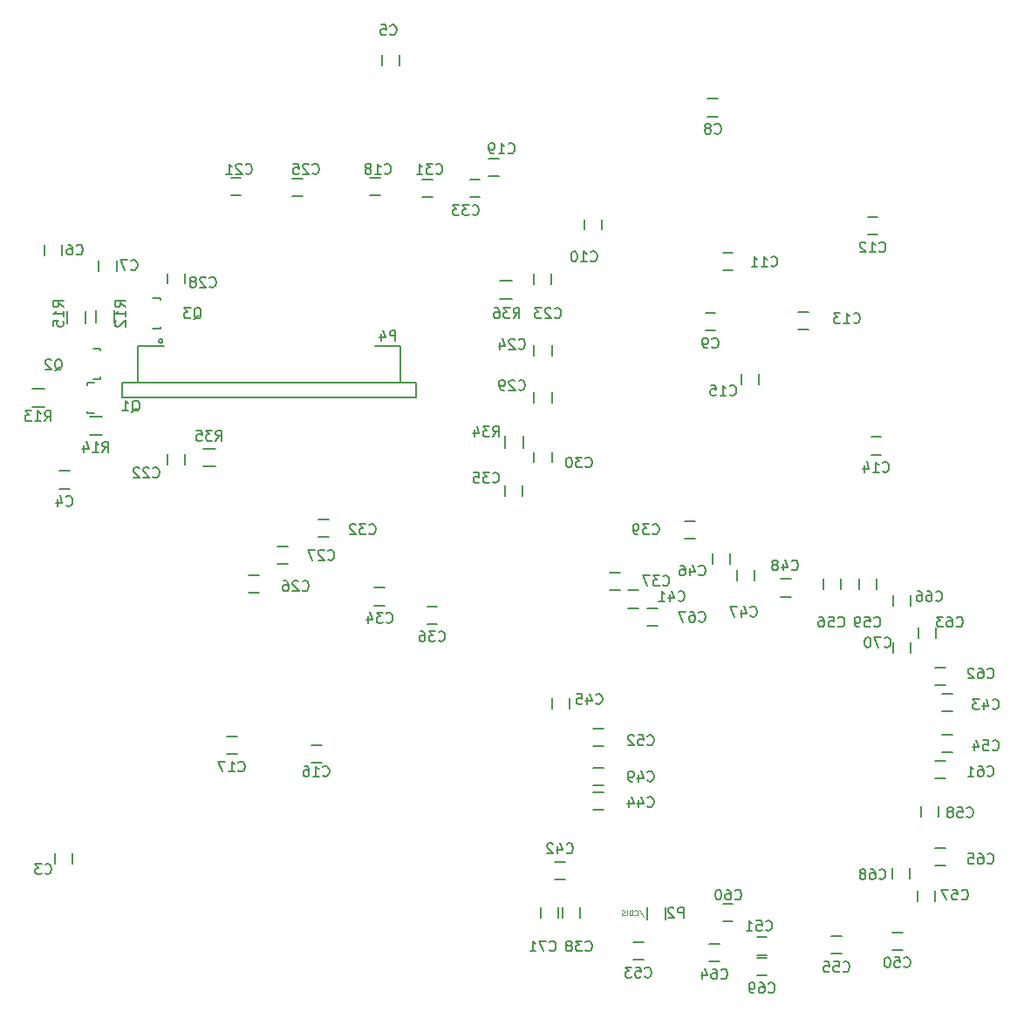
<source format=gbr>
G04 #@! TF.FileFunction,Legend,Bot*
%FSLAX46Y46*%
G04 Gerber Fmt 4.6, Leading zero omitted, Abs format (unit mm)*
G04 Created by KiCad (PCBNEW 0.201602141416+6556~42~ubuntu14.04.1-product) date ons 24 feb 2016 10:42:23*
%MOMM*%
G01*
G04 APERTURE LIST*
%ADD10C,0.100000*%
%ADD11C,0.150000*%
%ADD12C,0.125000*%
G04 APERTURE END LIST*
D10*
D11*
X103590000Y-84175000D02*
G75*
G03X103590000Y-84175000I-200000J0D01*
G01*
X104190000Y-88175000D02*
X101190000Y-88175000D01*
X126690000Y-88175000D02*
X123690000Y-88175000D01*
X123690000Y-88175000D02*
X104190000Y-88175000D01*
X101190000Y-84675000D02*
X103690000Y-84675000D01*
X101190000Y-88175000D02*
X101190000Y-84675000D01*
X99690000Y-88175000D02*
X101190000Y-88175000D01*
X99690000Y-89675000D02*
X99690000Y-88175000D01*
X128190000Y-89675000D02*
X99690000Y-89675000D01*
X128190000Y-88175000D02*
X128190000Y-89675000D01*
X126690000Y-88175000D02*
X128190000Y-88175000D01*
X126690000Y-84675000D02*
X126690000Y-88175000D01*
X124190000Y-84675000D02*
X126690000Y-84675000D01*
X96950800Y-88200180D02*
X96249760Y-88200180D01*
X96249760Y-88200180D02*
X96249760Y-88449100D01*
X96249760Y-90999160D02*
X96249760Y-91199820D01*
X96249760Y-91199820D02*
X96950800Y-91199820D01*
X96849200Y-87899820D02*
X97550240Y-87899820D01*
X97550240Y-87899820D02*
X97550240Y-87650900D01*
X97550240Y-85100840D02*
X97550240Y-84900180D01*
X97550240Y-84900180D02*
X96849200Y-84900180D01*
X94325000Y-81250000D02*
X94325000Y-82450000D01*
X96075000Y-82450000D02*
X96075000Y-81250000D01*
X90900000Y-90575000D02*
X92100000Y-90575000D01*
X92100000Y-88825000D02*
X90900000Y-88825000D01*
X97700000Y-91525000D02*
X96500000Y-91525000D01*
X96500000Y-93275000D02*
X97700000Y-93275000D01*
X98875000Y-82400000D02*
X98875000Y-81200000D01*
X97125000Y-81200000D02*
X97125000Y-82400000D01*
X150625000Y-139150000D02*
X150625000Y-140350000D01*
X152375000Y-140350000D02*
X152375000Y-139150000D01*
X102649200Y-82999820D02*
X103350240Y-82999820D01*
X103350240Y-82999820D02*
X103350240Y-82750900D01*
X103350240Y-80200840D02*
X103350240Y-80000180D01*
X103350240Y-80000180D02*
X102649200Y-80000180D01*
X93100000Y-134950000D02*
X93100000Y-133950000D01*
X94800000Y-133950000D02*
X94800000Y-134950000D01*
X94550000Y-98500000D02*
X93550000Y-98500000D01*
X93550000Y-96800000D02*
X94550000Y-96800000D01*
X124900000Y-57400000D02*
X124900000Y-56400000D01*
X126600000Y-56400000D02*
X126600000Y-57400000D01*
X93800000Y-74850000D02*
X93800000Y-75850000D01*
X92100000Y-75850000D02*
X92100000Y-74850000D01*
X99100000Y-76350000D02*
X99100000Y-77350000D01*
X97400000Y-77350000D02*
X97400000Y-76350000D01*
X157500000Y-62350000D02*
X156500000Y-62350000D01*
X156500000Y-60650000D02*
X157500000Y-60650000D01*
X157250000Y-83150000D02*
X156250000Y-83150000D01*
X156250000Y-81450000D02*
X157250000Y-81450000D01*
X146250000Y-72350000D02*
X146250000Y-73350000D01*
X144550000Y-73350000D02*
X144550000Y-72350000D01*
X158950000Y-77300000D02*
X157950000Y-77300000D01*
X157950000Y-75600000D02*
X158950000Y-75600000D01*
X173000000Y-73850000D02*
X172000000Y-73850000D01*
X172000000Y-72150000D02*
X173000000Y-72150000D01*
X165250000Y-81350000D02*
X166250000Y-81350000D01*
X166250000Y-83050000D02*
X165250000Y-83050000D01*
X173350000Y-95200000D02*
X172350000Y-95200000D01*
X172350000Y-93500000D02*
X173350000Y-93500000D01*
X161450000Y-87400000D02*
X161450000Y-88400000D01*
X159750000Y-88400000D02*
X159750000Y-87400000D01*
X118000000Y-123400000D02*
X119000000Y-123400000D01*
X119000000Y-125100000D02*
X118000000Y-125100000D01*
X110800000Y-124300000D02*
X109800000Y-124300000D01*
X109800000Y-122600000D02*
X110800000Y-122600000D01*
X124700000Y-70050000D02*
X123700000Y-70050000D01*
X123700000Y-68350000D02*
X124700000Y-68350000D01*
X135250000Y-66450000D02*
X136250000Y-66450000D01*
X136250000Y-68150000D02*
X135250000Y-68150000D01*
X110200000Y-68350000D02*
X111200000Y-68350000D01*
X111200000Y-70050000D02*
X110200000Y-70050000D01*
X104050000Y-96150000D02*
X104050000Y-95150000D01*
X105750000Y-95150000D02*
X105750000Y-96150000D01*
X141300000Y-77650000D02*
X141300000Y-78650000D01*
X139600000Y-78650000D02*
X139600000Y-77650000D01*
X141350000Y-84550000D02*
X141350000Y-85550000D01*
X139650000Y-85550000D02*
X139650000Y-84550000D01*
X117150000Y-70100000D02*
X116150000Y-70100000D01*
X116150000Y-68400000D02*
X117150000Y-68400000D01*
X111900000Y-106900000D02*
X112900000Y-106900000D01*
X112900000Y-108600000D02*
X111900000Y-108600000D01*
X115700000Y-105800000D02*
X114700000Y-105800000D01*
X114700000Y-104100000D02*
X115700000Y-104100000D01*
X104050000Y-78600000D02*
X104050000Y-77600000D01*
X105750000Y-77600000D02*
X105750000Y-78600000D01*
X139650000Y-90150000D02*
X139650000Y-89150000D01*
X141350000Y-89150000D02*
X141350000Y-90150000D01*
X139650000Y-95950000D02*
X139650000Y-94950000D01*
X141350000Y-94950000D02*
X141350000Y-95950000D01*
X129750000Y-70150000D02*
X128750000Y-70150000D01*
X128750000Y-68450000D02*
X129750000Y-68450000D01*
X118700000Y-101500000D02*
X119700000Y-101500000D01*
X119700000Y-103200000D02*
X118700000Y-103200000D01*
X133400000Y-68450000D02*
X134400000Y-68450000D01*
X134400000Y-70150000D02*
X133400000Y-70150000D01*
X125150000Y-109850000D02*
X124150000Y-109850000D01*
X124150000Y-108150000D02*
X125150000Y-108150000D01*
X136850000Y-99200000D02*
X136850000Y-98200000D01*
X138550000Y-98200000D02*
X138550000Y-99200000D01*
X130250000Y-111650000D02*
X129250000Y-111650000D01*
X129250000Y-109950000D02*
X130250000Y-109950000D01*
X148000000Y-108400000D02*
X147000000Y-108400000D01*
X147000000Y-106700000D02*
X148000000Y-106700000D01*
X142400000Y-140200000D02*
X142400000Y-139200000D01*
X144100000Y-139200000D02*
X144100000Y-140200000D01*
X155250000Y-103400000D02*
X154250000Y-103400000D01*
X154250000Y-101700000D02*
X155250000Y-101700000D01*
X149750000Y-110100000D02*
X148750000Y-110100000D01*
X148750000Y-108400000D02*
X149750000Y-108400000D01*
X141650000Y-134750000D02*
X142650000Y-134750000D01*
X142650000Y-136450000D02*
X141650000Y-136450000D01*
X179250000Y-118450000D02*
X180250000Y-118450000D01*
X180250000Y-120150000D02*
X179250000Y-120150000D01*
X146350000Y-129700000D02*
X145350000Y-129700000D01*
X145350000Y-128000000D02*
X146350000Y-128000000D01*
X143100000Y-118900000D02*
X143100000Y-119900000D01*
X141400000Y-119900000D02*
X141400000Y-118900000D01*
X156950000Y-105800000D02*
X156950000Y-104800000D01*
X158650000Y-104800000D02*
X158650000Y-105800000D01*
X161050000Y-106450000D02*
X161050000Y-107450000D01*
X159350000Y-107450000D02*
X159350000Y-106450000D01*
X163600000Y-107300000D02*
X164600000Y-107300000D01*
X164600000Y-109000000D02*
X163600000Y-109000000D01*
X145350000Y-125650000D02*
X146350000Y-125650000D01*
X146350000Y-127350000D02*
X145350000Y-127350000D01*
X175400000Y-143300000D02*
X174400000Y-143300000D01*
X174400000Y-141600000D02*
X175400000Y-141600000D01*
X162250000Y-143800000D02*
X161250000Y-143800000D01*
X161250000Y-142100000D02*
X162250000Y-142100000D01*
X146350000Y-123550000D02*
X145350000Y-123550000D01*
X145350000Y-121850000D02*
X146350000Y-121850000D01*
X150250000Y-144300000D02*
X149250000Y-144300000D01*
X149250000Y-142600000D02*
X150250000Y-142600000D01*
X179250000Y-122400000D02*
X180250000Y-122400000D01*
X180250000Y-124100000D02*
X179250000Y-124100000D01*
X168500000Y-141950000D02*
X169500000Y-141950000D01*
X169500000Y-143650000D02*
X168500000Y-143650000D01*
X169450000Y-107250000D02*
X169450000Y-108250000D01*
X167750000Y-108250000D02*
X167750000Y-107250000D01*
X178600000Y-137550000D02*
X178600000Y-138550000D01*
X176900000Y-138550000D02*
X176900000Y-137550000D01*
X178900000Y-129400000D02*
X178900000Y-130400000D01*
X177200000Y-130400000D02*
X177200000Y-129400000D01*
X171200000Y-108250000D02*
X171200000Y-107250000D01*
X172900000Y-107250000D02*
X172900000Y-108250000D01*
X158950000Y-140500000D02*
X157950000Y-140500000D01*
X157950000Y-138800000D02*
X158950000Y-138800000D01*
X179600000Y-126650000D02*
X178600000Y-126650000D01*
X178600000Y-124950000D02*
X179600000Y-124950000D01*
X178550000Y-115900000D02*
X179550000Y-115900000D01*
X179550000Y-117600000D02*
X178550000Y-117600000D01*
X176950000Y-113000000D02*
X176950000Y-112000000D01*
X178650000Y-112000000D02*
X178650000Y-113000000D01*
X157650000Y-144450000D02*
X156650000Y-144450000D01*
X156650000Y-142750000D02*
X157650000Y-142750000D01*
X178600000Y-133400000D02*
X179600000Y-133400000D01*
X179600000Y-135100000D02*
X178600000Y-135100000D01*
X176200000Y-108850000D02*
X176200000Y-109850000D01*
X174500000Y-109850000D02*
X174500000Y-108850000D01*
X151600000Y-111800000D02*
X150600000Y-111800000D01*
X150600000Y-110100000D02*
X151600000Y-110100000D01*
X174400000Y-136400000D02*
X174400000Y-135400000D01*
X176100000Y-135400000D02*
X176100000Y-136400000D01*
X162250000Y-145800000D02*
X161250000Y-145800000D01*
X161250000Y-144100000D02*
X162250000Y-144100000D01*
X176200000Y-113450000D02*
X176200000Y-114450000D01*
X174500000Y-114450000D02*
X174500000Y-113450000D01*
X140250000Y-140200000D02*
X140250000Y-139200000D01*
X141950000Y-139200000D02*
X141950000Y-140200000D01*
X138575000Y-94600000D02*
X138575000Y-93400000D01*
X136825000Y-93400000D02*
X136825000Y-94600000D01*
X107500000Y-96375000D02*
X108700000Y-96375000D01*
X108700000Y-94625000D02*
X107500000Y-94625000D01*
X137500000Y-78325000D02*
X136300000Y-78325000D01*
X136300000Y-80075000D02*
X137500000Y-80075000D01*
X126188095Y-84152381D02*
X126188095Y-83152381D01*
X125807142Y-83152381D01*
X125711904Y-83200000D01*
X125664285Y-83247619D01*
X125616666Y-83342857D01*
X125616666Y-83485714D01*
X125664285Y-83580952D01*
X125711904Y-83628571D01*
X125807142Y-83676190D01*
X126188095Y-83676190D01*
X124759523Y-83485714D02*
X124759523Y-84152381D01*
X124997619Y-83104762D02*
X125235714Y-83819048D01*
X124616666Y-83819048D01*
X100595238Y-91047619D02*
X100690476Y-91000000D01*
X100785714Y-90904762D01*
X100928571Y-90761905D01*
X101023810Y-90714286D01*
X101119048Y-90714286D01*
X101071429Y-90952381D02*
X101166667Y-90904762D01*
X101261905Y-90809524D01*
X101309524Y-90619048D01*
X101309524Y-90285714D01*
X101261905Y-90095238D01*
X101166667Y-90000000D01*
X101071429Y-89952381D01*
X100880952Y-89952381D01*
X100785714Y-90000000D01*
X100690476Y-90095238D01*
X100642857Y-90285714D01*
X100642857Y-90619048D01*
X100690476Y-90809524D01*
X100785714Y-90904762D01*
X100880952Y-90952381D01*
X101071429Y-90952381D01*
X99690476Y-90952381D02*
X100261905Y-90952381D01*
X99976191Y-90952381D02*
X99976191Y-89952381D01*
X100071429Y-90095238D01*
X100166667Y-90190476D01*
X100261905Y-90238095D01*
X93095238Y-87047619D02*
X93190476Y-87000000D01*
X93285714Y-86904762D01*
X93428571Y-86761905D01*
X93523810Y-86714286D01*
X93619048Y-86714286D01*
X93571429Y-86952381D02*
X93666667Y-86904762D01*
X93761905Y-86809524D01*
X93809524Y-86619048D01*
X93809524Y-86285714D01*
X93761905Y-86095238D01*
X93666667Y-86000000D01*
X93571429Y-85952381D01*
X93380952Y-85952381D01*
X93285714Y-86000000D01*
X93190476Y-86095238D01*
X93142857Y-86285714D01*
X93142857Y-86619048D01*
X93190476Y-86809524D01*
X93285714Y-86904762D01*
X93380952Y-86952381D01*
X93571429Y-86952381D01*
X92761905Y-86047619D02*
X92714286Y-86000000D01*
X92619048Y-85952381D01*
X92380952Y-85952381D01*
X92285714Y-86000000D01*
X92238095Y-86047619D01*
X92190476Y-86142857D01*
X92190476Y-86238095D01*
X92238095Y-86380952D01*
X92809524Y-86952381D01*
X92190476Y-86952381D01*
X99952381Y-80857143D02*
X99476190Y-80523809D01*
X99952381Y-80285714D02*
X98952381Y-80285714D01*
X98952381Y-80666667D01*
X99000000Y-80761905D01*
X99047619Y-80809524D01*
X99142857Y-80857143D01*
X99285714Y-80857143D01*
X99380952Y-80809524D01*
X99428571Y-80761905D01*
X99476190Y-80666667D01*
X99476190Y-80285714D01*
X99952381Y-81809524D02*
X99952381Y-81238095D01*
X99952381Y-81523809D02*
X98952381Y-81523809D01*
X99095238Y-81428571D01*
X99190476Y-81333333D01*
X99238095Y-81238095D01*
X99047619Y-82190476D02*
X99000000Y-82238095D01*
X98952381Y-82333333D01*
X98952381Y-82571429D01*
X99000000Y-82666667D01*
X99047619Y-82714286D01*
X99142857Y-82761905D01*
X99238095Y-82761905D01*
X99380952Y-82714286D01*
X99952381Y-82142857D01*
X99952381Y-82761905D01*
X92142857Y-91952381D02*
X92476191Y-91476190D01*
X92714286Y-91952381D02*
X92714286Y-90952381D01*
X92333333Y-90952381D01*
X92238095Y-91000000D01*
X92190476Y-91047619D01*
X92142857Y-91142857D01*
X92142857Y-91285714D01*
X92190476Y-91380952D01*
X92238095Y-91428571D01*
X92333333Y-91476190D01*
X92714286Y-91476190D01*
X91190476Y-91952381D02*
X91761905Y-91952381D01*
X91476191Y-91952381D02*
X91476191Y-90952381D01*
X91571429Y-91095238D01*
X91666667Y-91190476D01*
X91761905Y-91238095D01*
X90857143Y-90952381D02*
X90238095Y-90952381D01*
X90571429Y-91333333D01*
X90428571Y-91333333D01*
X90333333Y-91380952D01*
X90285714Y-91428571D01*
X90238095Y-91523810D01*
X90238095Y-91761905D01*
X90285714Y-91857143D01*
X90333333Y-91904762D01*
X90428571Y-91952381D01*
X90714286Y-91952381D01*
X90809524Y-91904762D01*
X90857143Y-91857143D01*
X97742857Y-94952381D02*
X98076191Y-94476190D01*
X98314286Y-94952381D02*
X98314286Y-93952381D01*
X97933333Y-93952381D01*
X97838095Y-94000000D01*
X97790476Y-94047619D01*
X97742857Y-94142857D01*
X97742857Y-94285714D01*
X97790476Y-94380952D01*
X97838095Y-94428571D01*
X97933333Y-94476190D01*
X98314286Y-94476190D01*
X96790476Y-94952381D02*
X97361905Y-94952381D01*
X97076191Y-94952381D02*
X97076191Y-93952381D01*
X97171429Y-94095238D01*
X97266667Y-94190476D01*
X97361905Y-94238095D01*
X95933333Y-94285714D02*
X95933333Y-94952381D01*
X96171429Y-93904762D02*
X96409524Y-94619048D01*
X95790476Y-94619048D01*
X93952381Y-80857143D02*
X93476190Y-80523809D01*
X93952381Y-80285714D02*
X92952381Y-80285714D01*
X92952381Y-80666667D01*
X93000000Y-80761905D01*
X93047619Y-80809524D01*
X93142857Y-80857143D01*
X93285714Y-80857143D01*
X93380952Y-80809524D01*
X93428571Y-80761905D01*
X93476190Y-80666667D01*
X93476190Y-80285714D01*
X93952381Y-81809524D02*
X93952381Y-81238095D01*
X93952381Y-81523809D02*
X92952381Y-81523809D01*
X93095238Y-81428571D01*
X93190476Y-81333333D01*
X93238095Y-81238095D01*
X92952381Y-82714286D02*
X92952381Y-82238095D01*
X93428571Y-82190476D01*
X93380952Y-82238095D01*
X93333333Y-82333333D01*
X93333333Y-82571429D01*
X93380952Y-82666667D01*
X93428571Y-82714286D01*
X93523810Y-82761905D01*
X93761905Y-82761905D01*
X93857143Y-82714286D01*
X93904762Y-82666667D01*
X93952381Y-82571429D01*
X93952381Y-82333333D01*
X93904762Y-82238095D01*
X93857143Y-82190476D01*
X154138095Y-140202381D02*
X154138095Y-139202381D01*
X153757142Y-139202381D01*
X153661904Y-139250000D01*
X153614285Y-139297619D01*
X153566666Y-139392857D01*
X153566666Y-139535714D01*
X153614285Y-139630952D01*
X153661904Y-139678571D01*
X153757142Y-139726190D01*
X154138095Y-139726190D01*
X153185714Y-139297619D02*
X153138095Y-139250000D01*
X153042857Y-139202381D01*
X152804761Y-139202381D01*
X152709523Y-139250000D01*
X152661904Y-139297619D01*
X152614285Y-139392857D01*
X152614285Y-139488095D01*
X152661904Y-139630952D01*
X153233333Y-140202381D01*
X152614285Y-140202381D01*
D12*
X149842857Y-139452381D02*
X150271428Y-140095238D01*
X149390475Y-139928571D02*
X149414285Y-139952381D01*
X149485713Y-139976190D01*
X149533332Y-139976190D01*
X149604761Y-139952381D01*
X149652380Y-139904762D01*
X149676189Y-139857143D01*
X149699999Y-139761905D01*
X149699999Y-139690476D01*
X149676189Y-139595238D01*
X149652380Y-139547619D01*
X149604761Y-139500000D01*
X149533332Y-139476190D01*
X149485713Y-139476190D01*
X149414285Y-139500000D01*
X149390475Y-139523810D01*
X149176189Y-139976190D02*
X149176189Y-139476190D01*
X149057142Y-139476190D01*
X148985713Y-139500000D01*
X148938094Y-139547619D01*
X148914285Y-139595238D01*
X148890475Y-139690476D01*
X148890475Y-139761905D01*
X148914285Y-139857143D01*
X148938094Y-139904762D01*
X148985713Y-139952381D01*
X149057142Y-139976190D01*
X149176189Y-139976190D01*
X148676189Y-139976190D02*
X148676189Y-139476190D01*
X148461904Y-139952381D02*
X148390475Y-139976190D01*
X148271428Y-139976190D01*
X148223809Y-139952381D01*
X148199999Y-139928571D01*
X148176190Y-139880952D01*
X148176190Y-139833333D01*
X148199999Y-139785714D01*
X148223809Y-139761905D01*
X148271428Y-139738095D01*
X148366666Y-139714286D01*
X148414285Y-139690476D01*
X148438094Y-139666667D01*
X148461904Y-139619048D01*
X148461904Y-139571429D01*
X148438094Y-139523810D01*
X148414285Y-139500000D01*
X148366666Y-139476190D01*
X148247618Y-139476190D01*
X148176190Y-139500000D01*
D11*
X106595238Y-82047619D02*
X106690476Y-82000000D01*
X106785714Y-81904762D01*
X106928571Y-81761905D01*
X107023810Y-81714286D01*
X107119048Y-81714286D01*
X107071429Y-81952381D02*
X107166667Y-81904762D01*
X107261905Y-81809524D01*
X107309524Y-81619048D01*
X107309524Y-81285714D01*
X107261905Y-81095238D01*
X107166667Y-81000000D01*
X107071429Y-80952381D01*
X106880952Y-80952381D01*
X106785714Y-81000000D01*
X106690476Y-81095238D01*
X106642857Y-81285714D01*
X106642857Y-81619048D01*
X106690476Y-81809524D01*
X106785714Y-81904762D01*
X106880952Y-81952381D01*
X107071429Y-81952381D01*
X106309524Y-80952381D02*
X105690476Y-80952381D01*
X106023810Y-81333333D01*
X105880952Y-81333333D01*
X105785714Y-81380952D01*
X105738095Y-81428571D01*
X105690476Y-81523810D01*
X105690476Y-81761905D01*
X105738095Y-81857143D01*
X105785714Y-81904762D01*
X105880952Y-81952381D01*
X106166667Y-81952381D01*
X106261905Y-81904762D01*
X106309524Y-81857143D01*
X92166666Y-135857143D02*
X92214285Y-135904762D01*
X92357142Y-135952381D01*
X92452380Y-135952381D01*
X92595238Y-135904762D01*
X92690476Y-135809524D01*
X92738095Y-135714286D01*
X92785714Y-135523810D01*
X92785714Y-135380952D01*
X92738095Y-135190476D01*
X92690476Y-135095238D01*
X92595238Y-135000000D01*
X92452380Y-134952381D01*
X92357142Y-134952381D01*
X92214285Y-135000000D01*
X92166666Y-135047619D01*
X91833333Y-134952381D02*
X91214285Y-134952381D01*
X91547619Y-135333333D01*
X91404761Y-135333333D01*
X91309523Y-135380952D01*
X91261904Y-135428571D01*
X91214285Y-135523810D01*
X91214285Y-135761905D01*
X91261904Y-135857143D01*
X91309523Y-135904762D01*
X91404761Y-135952381D01*
X91690476Y-135952381D01*
X91785714Y-135904762D01*
X91833333Y-135857143D01*
X94216666Y-100107143D02*
X94264285Y-100154762D01*
X94407142Y-100202381D01*
X94502380Y-100202381D01*
X94645238Y-100154762D01*
X94740476Y-100059524D01*
X94788095Y-99964286D01*
X94835714Y-99773810D01*
X94835714Y-99630952D01*
X94788095Y-99440476D01*
X94740476Y-99345238D01*
X94645238Y-99250000D01*
X94502380Y-99202381D01*
X94407142Y-99202381D01*
X94264285Y-99250000D01*
X94216666Y-99297619D01*
X93359523Y-99535714D02*
X93359523Y-100202381D01*
X93597619Y-99154762D02*
X93835714Y-99869048D01*
X93216666Y-99869048D01*
X125666666Y-54357143D02*
X125714285Y-54404762D01*
X125857142Y-54452381D01*
X125952380Y-54452381D01*
X126095238Y-54404762D01*
X126190476Y-54309524D01*
X126238095Y-54214286D01*
X126285714Y-54023810D01*
X126285714Y-53880952D01*
X126238095Y-53690476D01*
X126190476Y-53595238D01*
X126095238Y-53500000D01*
X125952380Y-53452381D01*
X125857142Y-53452381D01*
X125714285Y-53500000D01*
X125666666Y-53547619D01*
X124761904Y-53452381D02*
X125238095Y-53452381D01*
X125285714Y-53928571D01*
X125238095Y-53880952D01*
X125142857Y-53833333D01*
X124904761Y-53833333D01*
X124809523Y-53880952D01*
X124761904Y-53928571D01*
X124714285Y-54023810D01*
X124714285Y-54261905D01*
X124761904Y-54357143D01*
X124809523Y-54404762D01*
X124904761Y-54452381D01*
X125142857Y-54452381D01*
X125238095Y-54404762D01*
X125285714Y-54357143D01*
X95216666Y-75707143D02*
X95264285Y-75754762D01*
X95407142Y-75802381D01*
X95502380Y-75802381D01*
X95645238Y-75754762D01*
X95740476Y-75659524D01*
X95788095Y-75564286D01*
X95835714Y-75373810D01*
X95835714Y-75230952D01*
X95788095Y-75040476D01*
X95740476Y-74945238D01*
X95645238Y-74850000D01*
X95502380Y-74802381D01*
X95407142Y-74802381D01*
X95264285Y-74850000D01*
X95216666Y-74897619D01*
X94359523Y-74802381D02*
X94550000Y-74802381D01*
X94645238Y-74850000D01*
X94692857Y-74897619D01*
X94788095Y-75040476D01*
X94835714Y-75230952D01*
X94835714Y-75611905D01*
X94788095Y-75707143D01*
X94740476Y-75754762D01*
X94645238Y-75802381D01*
X94454761Y-75802381D01*
X94359523Y-75754762D01*
X94311904Y-75707143D01*
X94264285Y-75611905D01*
X94264285Y-75373810D01*
X94311904Y-75278571D01*
X94359523Y-75230952D01*
X94454761Y-75183333D01*
X94645238Y-75183333D01*
X94740476Y-75230952D01*
X94788095Y-75278571D01*
X94835714Y-75373810D01*
X100516666Y-77207143D02*
X100564285Y-77254762D01*
X100707142Y-77302381D01*
X100802380Y-77302381D01*
X100945238Y-77254762D01*
X101040476Y-77159524D01*
X101088095Y-77064286D01*
X101135714Y-76873810D01*
X101135714Y-76730952D01*
X101088095Y-76540476D01*
X101040476Y-76445238D01*
X100945238Y-76350000D01*
X100802380Y-76302381D01*
X100707142Y-76302381D01*
X100564285Y-76350000D01*
X100516666Y-76397619D01*
X100183333Y-76302381D02*
X99516666Y-76302381D01*
X99945238Y-77302381D01*
X157166666Y-63957143D02*
X157214285Y-64004762D01*
X157357142Y-64052381D01*
X157452380Y-64052381D01*
X157595238Y-64004762D01*
X157690476Y-63909524D01*
X157738095Y-63814286D01*
X157785714Y-63623810D01*
X157785714Y-63480952D01*
X157738095Y-63290476D01*
X157690476Y-63195238D01*
X157595238Y-63100000D01*
X157452380Y-63052381D01*
X157357142Y-63052381D01*
X157214285Y-63100000D01*
X157166666Y-63147619D01*
X156595238Y-63480952D02*
X156690476Y-63433333D01*
X156738095Y-63385714D01*
X156785714Y-63290476D01*
X156785714Y-63242857D01*
X156738095Y-63147619D01*
X156690476Y-63100000D01*
X156595238Y-63052381D01*
X156404761Y-63052381D01*
X156309523Y-63100000D01*
X156261904Y-63147619D01*
X156214285Y-63242857D01*
X156214285Y-63290476D01*
X156261904Y-63385714D01*
X156309523Y-63433333D01*
X156404761Y-63480952D01*
X156595238Y-63480952D01*
X156690476Y-63528571D01*
X156738095Y-63576190D01*
X156785714Y-63671429D01*
X156785714Y-63861905D01*
X156738095Y-63957143D01*
X156690476Y-64004762D01*
X156595238Y-64052381D01*
X156404761Y-64052381D01*
X156309523Y-64004762D01*
X156261904Y-63957143D01*
X156214285Y-63861905D01*
X156214285Y-63671429D01*
X156261904Y-63576190D01*
X156309523Y-63528571D01*
X156404761Y-63480952D01*
X156916666Y-84757143D02*
X156964285Y-84804762D01*
X157107142Y-84852381D01*
X157202380Y-84852381D01*
X157345238Y-84804762D01*
X157440476Y-84709524D01*
X157488095Y-84614286D01*
X157535714Y-84423810D01*
X157535714Y-84280952D01*
X157488095Y-84090476D01*
X157440476Y-83995238D01*
X157345238Y-83900000D01*
X157202380Y-83852381D01*
X157107142Y-83852381D01*
X156964285Y-83900000D01*
X156916666Y-83947619D01*
X156440476Y-84852381D02*
X156250000Y-84852381D01*
X156154761Y-84804762D01*
X156107142Y-84757143D01*
X156011904Y-84614286D01*
X155964285Y-84423810D01*
X155964285Y-84042857D01*
X156011904Y-83947619D01*
X156059523Y-83900000D01*
X156154761Y-83852381D01*
X156345238Y-83852381D01*
X156440476Y-83900000D01*
X156488095Y-83947619D01*
X156535714Y-84042857D01*
X156535714Y-84280952D01*
X156488095Y-84376190D01*
X156440476Y-84423810D01*
X156345238Y-84471429D01*
X156154761Y-84471429D01*
X156059523Y-84423810D01*
X156011904Y-84376190D01*
X155964285Y-84280952D01*
X145142857Y-76357143D02*
X145190476Y-76404762D01*
X145333333Y-76452381D01*
X145428571Y-76452381D01*
X145571429Y-76404762D01*
X145666667Y-76309524D01*
X145714286Y-76214286D01*
X145761905Y-76023810D01*
X145761905Y-75880952D01*
X145714286Y-75690476D01*
X145666667Y-75595238D01*
X145571429Y-75500000D01*
X145428571Y-75452381D01*
X145333333Y-75452381D01*
X145190476Y-75500000D01*
X145142857Y-75547619D01*
X144190476Y-76452381D02*
X144761905Y-76452381D01*
X144476191Y-76452381D02*
X144476191Y-75452381D01*
X144571429Y-75595238D01*
X144666667Y-75690476D01*
X144761905Y-75738095D01*
X143571429Y-75452381D02*
X143476190Y-75452381D01*
X143380952Y-75500000D01*
X143333333Y-75547619D01*
X143285714Y-75642857D01*
X143238095Y-75833333D01*
X143238095Y-76071429D01*
X143285714Y-76261905D01*
X143333333Y-76357143D01*
X143380952Y-76404762D01*
X143476190Y-76452381D01*
X143571429Y-76452381D01*
X143666667Y-76404762D01*
X143714286Y-76357143D01*
X143761905Y-76261905D01*
X143809524Y-76071429D01*
X143809524Y-75833333D01*
X143761905Y-75642857D01*
X143714286Y-75547619D01*
X143666667Y-75500000D01*
X143571429Y-75452381D01*
X162642857Y-76857143D02*
X162690476Y-76904762D01*
X162833333Y-76952381D01*
X162928571Y-76952381D01*
X163071429Y-76904762D01*
X163166667Y-76809524D01*
X163214286Y-76714286D01*
X163261905Y-76523810D01*
X163261905Y-76380952D01*
X163214286Y-76190476D01*
X163166667Y-76095238D01*
X163071429Y-76000000D01*
X162928571Y-75952381D01*
X162833333Y-75952381D01*
X162690476Y-76000000D01*
X162642857Y-76047619D01*
X161690476Y-76952381D02*
X162261905Y-76952381D01*
X161976191Y-76952381D02*
X161976191Y-75952381D01*
X162071429Y-76095238D01*
X162166667Y-76190476D01*
X162261905Y-76238095D01*
X160738095Y-76952381D02*
X161309524Y-76952381D01*
X161023810Y-76952381D02*
X161023810Y-75952381D01*
X161119048Y-76095238D01*
X161214286Y-76190476D01*
X161309524Y-76238095D01*
X173142857Y-75457143D02*
X173190476Y-75504762D01*
X173333333Y-75552381D01*
X173428571Y-75552381D01*
X173571429Y-75504762D01*
X173666667Y-75409524D01*
X173714286Y-75314286D01*
X173761905Y-75123810D01*
X173761905Y-74980952D01*
X173714286Y-74790476D01*
X173666667Y-74695238D01*
X173571429Y-74600000D01*
X173428571Y-74552381D01*
X173333333Y-74552381D01*
X173190476Y-74600000D01*
X173142857Y-74647619D01*
X172190476Y-75552381D02*
X172761905Y-75552381D01*
X172476191Y-75552381D02*
X172476191Y-74552381D01*
X172571429Y-74695238D01*
X172666667Y-74790476D01*
X172761905Y-74838095D01*
X171809524Y-74647619D02*
X171761905Y-74600000D01*
X171666667Y-74552381D01*
X171428571Y-74552381D01*
X171333333Y-74600000D01*
X171285714Y-74647619D01*
X171238095Y-74742857D01*
X171238095Y-74838095D01*
X171285714Y-74980952D01*
X171857143Y-75552381D01*
X171238095Y-75552381D01*
X170642857Y-82357143D02*
X170690476Y-82404762D01*
X170833333Y-82452381D01*
X170928571Y-82452381D01*
X171071429Y-82404762D01*
X171166667Y-82309524D01*
X171214286Y-82214286D01*
X171261905Y-82023810D01*
X171261905Y-81880952D01*
X171214286Y-81690476D01*
X171166667Y-81595238D01*
X171071429Y-81500000D01*
X170928571Y-81452381D01*
X170833333Y-81452381D01*
X170690476Y-81500000D01*
X170642857Y-81547619D01*
X169690476Y-82452381D02*
X170261905Y-82452381D01*
X169976191Y-82452381D02*
X169976191Y-81452381D01*
X170071429Y-81595238D01*
X170166667Y-81690476D01*
X170261905Y-81738095D01*
X169357143Y-81452381D02*
X168738095Y-81452381D01*
X169071429Y-81833333D01*
X168928571Y-81833333D01*
X168833333Y-81880952D01*
X168785714Y-81928571D01*
X168738095Y-82023810D01*
X168738095Y-82261905D01*
X168785714Y-82357143D01*
X168833333Y-82404762D01*
X168928571Y-82452381D01*
X169214286Y-82452381D01*
X169309524Y-82404762D01*
X169357143Y-82357143D01*
X173492857Y-96807143D02*
X173540476Y-96854762D01*
X173683333Y-96902381D01*
X173778571Y-96902381D01*
X173921429Y-96854762D01*
X174016667Y-96759524D01*
X174064286Y-96664286D01*
X174111905Y-96473810D01*
X174111905Y-96330952D01*
X174064286Y-96140476D01*
X174016667Y-96045238D01*
X173921429Y-95950000D01*
X173778571Y-95902381D01*
X173683333Y-95902381D01*
X173540476Y-95950000D01*
X173492857Y-95997619D01*
X172540476Y-96902381D02*
X173111905Y-96902381D01*
X172826191Y-96902381D02*
X172826191Y-95902381D01*
X172921429Y-96045238D01*
X173016667Y-96140476D01*
X173111905Y-96188095D01*
X171683333Y-96235714D02*
X171683333Y-96902381D01*
X171921429Y-95854762D02*
X172159524Y-96569048D01*
X171540476Y-96569048D01*
X158642857Y-89357143D02*
X158690476Y-89404762D01*
X158833333Y-89452381D01*
X158928571Y-89452381D01*
X159071429Y-89404762D01*
X159166667Y-89309524D01*
X159214286Y-89214286D01*
X159261905Y-89023810D01*
X159261905Y-88880952D01*
X159214286Y-88690476D01*
X159166667Y-88595238D01*
X159071429Y-88500000D01*
X158928571Y-88452381D01*
X158833333Y-88452381D01*
X158690476Y-88500000D01*
X158642857Y-88547619D01*
X157690476Y-89452381D02*
X158261905Y-89452381D01*
X157976191Y-89452381D02*
X157976191Y-88452381D01*
X158071429Y-88595238D01*
X158166667Y-88690476D01*
X158261905Y-88738095D01*
X156785714Y-88452381D02*
X157261905Y-88452381D01*
X157309524Y-88928571D01*
X157261905Y-88880952D01*
X157166667Y-88833333D01*
X156928571Y-88833333D01*
X156833333Y-88880952D01*
X156785714Y-88928571D01*
X156738095Y-89023810D01*
X156738095Y-89261905D01*
X156785714Y-89357143D01*
X156833333Y-89404762D01*
X156928571Y-89452381D01*
X157166667Y-89452381D01*
X157261905Y-89404762D01*
X157309524Y-89357143D01*
X119142857Y-126357143D02*
X119190476Y-126404762D01*
X119333333Y-126452381D01*
X119428571Y-126452381D01*
X119571429Y-126404762D01*
X119666667Y-126309524D01*
X119714286Y-126214286D01*
X119761905Y-126023810D01*
X119761905Y-125880952D01*
X119714286Y-125690476D01*
X119666667Y-125595238D01*
X119571429Y-125500000D01*
X119428571Y-125452381D01*
X119333333Y-125452381D01*
X119190476Y-125500000D01*
X119142857Y-125547619D01*
X118190476Y-126452381D02*
X118761905Y-126452381D01*
X118476191Y-126452381D02*
X118476191Y-125452381D01*
X118571429Y-125595238D01*
X118666667Y-125690476D01*
X118761905Y-125738095D01*
X117333333Y-125452381D02*
X117523810Y-125452381D01*
X117619048Y-125500000D01*
X117666667Y-125547619D01*
X117761905Y-125690476D01*
X117809524Y-125880952D01*
X117809524Y-126261905D01*
X117761905Y-126357143D01*
X117714286Y-126404762D01*
X117619048Y-126452381D01*
X117428571Y-126452381D01*
X117333333Y-126404762D01*
X117285714Y-126357143D01*
X117238095Y-126261905D01*
X117238095Y-126023810D01*
X117285714Y-125928571D01*
X117333333Y-125880952D01*
X117428571Y-125833333D01*
X117619048Y-125833333D01*
X117714286Y-125880952D01*
X117761905Y-125928571D01*
X117809524Y-126023810D01*
X110942857Y-125907143D02*
X110990476Y-125954762D01*
X111133333Y-126002381D01*
X111228571Y-126002381D01*
X111371429Y-125954762D01*
X111466667Y-125859524D01*
X111514286Y-125764286D01*
X111561905Y-125573810D01*
X111561905Y-125430952D01*
X111514286Y-125240476D01*
X111466667Y-125145238D01*
X111371429Y-125050000D01*
X111228571Y-125002381D01*
X111133333Y-125002381D01*
X110990476Y-125050000D01*
X110942857Y-125097619D01*
X109990476Y-126002381D02*
X110561905Y-126002381D01*
X110276191Y-126002381D02*
X110276191Y-125002381D01*
X110371429Y-125145238D01*
X110466667Y-125240476D01*
X110561905Y-125288095D01*
X109657143Y-125002381D02*
X108990476Y-125002381D01*
X109419048Y-126002381D01*
X125142857Y-67857143D02*
X125190476Y-67904762D01*
X125333333Y-67952381D01*
X125428571Y-67952381D01*
X125571429Y-67904762D01*
X125666667Y-67809524D01*
X125714286Y-67714286D01*
X125761905Y-67523810D01*
X125761905Y-67380952D01*
X125714286Y-67190476D01*
X125666667Y-67095238D01*
X125571429Y-67000000D01*
X125428571Y-66952381D01*
X125333333Y-66952381D01*
X125190476Y-67000000D01*
X125142857Y-67047619D01*
X124190476Y-67952381D02*
X124761905Y-67952381D01*
X124476191Y-67952381D02*
X124476191Y-66952381D01*
X124571429Y-67095238D01*
X124666667Y-67190476D01*
X124761905Y-67238095D01*
X123619048Y-67380952D02*
X123714286Y-67333333D01*
X123761905Y-67285714D01*
X123809524Y-67190476D01*
X123809524Y-67142857D01*
X123761905Y-67047619D01*
X123714286Y-67000000D01*
X123619048Y-66952381D01*
X123428571Y-66952381D01*
X123333333Y-67000000D01*
X123285714Y-67047619D01*
X123238095Y-67142857D01*
X123238095Y-67190476D01*
X123285714Y-67285714D01*
X123333333Y-67333333D01*
X123428571Y-67380952D01*
X123619048Y-67380952D01*
X123714286Y-67428571D01*
X123761905Y-67476190D01*
X123809524Y-67571429D01*
X123809524Y-67761905D01*
X123761905Y-67857143D01*
X123714286Y-67904762D01*
X123619048Y-67952381D01*
X123428571Y-67952381D01*
X123333333Y-67904762D01*
X123285714Y-67857143D01*
X123238095Y-67761905D01*
X123238095Y-67571429D01*
X123285714Y-67476190D01*
X123333333Y-67428571D01*
X123428571Y-67380952D01*
X137142857Y-65857143D02*
X137190476Y-65904762D01*
X137333333Y-65952381D01*
X137428571Y-65952381D01*
X137571429Y-65904762D01*
X137666667Y-65809524D01*
X137714286Y-65714286D01*
X137761905Y-65523810D01*
X137761905Y-65380952D01*
X137714286Y-65190476D01*
X137666667Y-65095238D01*
X137571429Y-65000000D01*
X137428571Y-64952381D01*
X137333333Y-64952381D01*
X137190476Y-65000000D01*
X137142857Y-65047619D01*
X136190476Y-65952381D02*
X136761905Y-65952381D01*
X136476191Y-65952381D02*
X136476191Y-64952381D01*
X136571429Y-65095238D01*
X136666667Y-65190476D01*
X136761905Y-65238095D01*
X135714286Y-65952381D02*
X135523810Y-65952381D01*
X135428571Y-65904762D01*
X135380952Y-65857143D01*
X135285714Y-65714286D01*
X135238095Y-65523810D01*
X135238095Y-65142857D01*
X135285714Y-65047619D01*
X135333333Y-65000000D01*
X135428571Y-64952381D01*
X135619048Y-64952381D01*
X135714286Y-65000000D01*
X135761905Y-65047619D01*
X135809524Y-65142857D01*
X135809524Y-65380952D01*
X135761905Y-65476190D01*
X135714286Y-65523810D01*
X135619048Y-65571429D01*
X135428571Y-65571429D01*
X135333333Y-65523810D01*
X135285714Y-65476190D01*
X135238095Y-65380952D01*
X111642857Y-67857143D02*
X111690476Y-67904762D01*
X111833333Y-67952381D01*
X111928571Y-67952381D01*
X112071429Y-67904762D01*
X112166667Y-67809524D01*
X112214286Y-67714286D01*
X112261905Y-67523810D01*
X112261905Y-67380952D01*
X112214286Y-67190476D01*
X112166667Y-67095238D01*
X112071429Y-67000000D01*
X111928571Y-66952381D01*
X111833333Y-66952381D01*
X111690476Y-67000000D01*
X111642857Y-67047619D01*
X111261905Y-67047619D02*
X111214286Y-67000000D01*
X111119048Y-66952381D01*
X110880952Y-66952381D01*
X110785714Y-67000000D01*
X110738095Y-67047619D01*
X110690476Y-67142857D01*
X110690476Y-67238095D01*
X110738095Y-67380952D01*
X111309524Y-67952381D01*
X110690476Y-67952381D01*
X109738095Y-67952381D02*
X110309524Y-67952381D01*
X110023810Y-67952381D02*
X110023810Y-66952381D01*
X110119048Y-67095238D01*
X110214286Y-67190476D01*
X110309524Y-67238095D01*
X102642857Y-97357143D02*
X102690476Y-97404762D01*
X102833333Y-97452381D01*
X102928571Y-97452381D01*
X103071429Y-97404762D01*
X103166667Y-97309524D01*
X103214286Y-97214286D01*
X103261905Y-97023810D01*
X103261905Y-96880952D01*
X103214286Y-96690476D01*
X103166667Y-96595238D01*
X103071429Y-96500000D01*
X102928571Y-96452381D01*
X102833333Y-96452381D01*
X102690476Y-96500000D01*
X102642857Y-96547619D01*
X102261905Y-96547619D02*
X102214286Y-96500000D01*
X102119048Y-96452381D01*
X101880952Y-96452381D01*
X101785714Y-96500000D01*
X101738095Y-96547619D01*
X101690476Y-96642857D01*
X101690476Y-96738095D01*
X101738095Y-96880952D01*
X102309524Y-97452381D01*
X101690476Y-97452381D01*
X101309524Y-96547619D02*
X101261905Y-96500000D01*
X101166667Y-96452381D01*
X100928571Y-96452381D01*
X100833333Y-96500000D01*
X100785714Y-96547619D01*
X100738095Y-96642857D01*
X100738095Y-96738095D01*
X100785714Y-96880952D01*
X101357143Y-97452381D01*
X100738095Y-97452381D01*
X141642857Y-81857143D02*
X141690476Y-81904762D01*
X141833333Y-81952381D01*
X141928571Y-81952381D01*
X142071429Y-81904762D01*
X142166667Y-81809524D01*
X142214286Y-81714286D01*
X142261905Y-81523810D01*
X142261905Y-81380952D01*
X142214286Y-81190476D01*
X142166667Y-81095238D01*
X142071429Y-81000000D01*
X141928571Y-80952381D01*
X141833333Y-80952381D01*
X141690476Y-81000000D01*
X141642857Y-81047619D01*
X141261905Y-81047619D02*
X141214286Y-81000000D01*
X141119048Y-80952381D01*
X140880952Y-80952381D01*
X140785714Y-81000000D01*
X140738095Y-81047619D01*
X140690476Y-81142857D01*
X140690476Y-81238095D01*
X140738095Y-81380952D01*
X141309524Y-81952381D01*
X140690476Y-81952381D01*
X140357143Y-80952381D02*
X139738095Y-80952381D01*
X140071429Y-81333333D01*
X139928571Y-81333333D01*
X139833333Y-81380952D01*
X139785714Y-81428571D01*
X139738095Y-81523810D01*
X139738095Y-81761905D01*
X139785714Y-81857143D01*
X139833333Y-81904762D01*
X139928571Y-81952381D01*
X140214286Y-81952381D01*
X140309524Y-81904762D01*
X140357143Y-81857143D01*
X138142857Y-84857143D02*
X138190476Y-84904762D01*
X138333333Y-84952381D01*
X138428571Y-84952381D01*
X138571429Y-84904762D01*
X138666667Y-84809524D01*
X138714286Y-84714286D01*
X138761905Y-84523810D01*
X138761905Y-84380952D01*
X138714286Y-84190476D01*
X138666667Y-84095238D01*
X138571429Y-84000000D01*
X138428571Y-83952381D01*
X138333333Y-83952381D01*
X138190476Y-84000000D01*
X138142857Y-84047619D01*
X137761905Y-84047619D02*
X137714286Y-84000000D01*
X137619048Y-83952381D01*
X137380952Y-83952381D01*
X137285714Y-84000000D01*
X137238095Y-84047619D01*
X137190476Y-84142857D01*
X137190476Y-84238095D01*
X137238095Y-84380952D01*
X137809524Y-84952381D01*
X137190476Y-84952381D01*
X136333333Y-84285714D02*
X136333333Y-84952381D01*
X136571429Y-83904762D02*
X136809524Y-84619048D01*
X136190476Y-84619048D01*
X118142857Y-67857143D02*
X118190476Y-67904762D01*
X118333333Y-67952381D01*
X118428571Y-67952381D01*
X118571429Y-67904762D01*
X118666667Y-67809524D01*
X118714286Y-67714286D01*
X118761905Y-67523810D01*
X118761905Y-67380952D01*
X118714286Y-67190476D01*
X118666667Y-67095238D01*
X118571429Y-67000000D01*
X118428571Y-66952381D01*
X118333333Y-66952381D01*
X118190476Y-67000000D01*
X118142857Y-67047619D01*
X117761905Y-67047619D02*
X117714286Y-67000000D01*
X117619048Y-66952381D01*
X117380952Y-66952381D01*
X117285714Y-67000000D01*
X117238095Y-67047619D01*
X117190476Y-67142857D01*
X117190476Y-67238095D01*
X117238095Y-67380952D01*
X117809524Y-67952381D01*
X117190476Y-67952381D01*
X116285714Y-66952381D02*
X116761905Y-66952381D01*
X116809524Y-67428571D01*
X116761905Y-67380952D01*
X116666667Y-67333333D01*
X116428571Y-67333333D01*
X116333333Y-67380952D01*
X116285714Y-67428571D01*
X116238095Y-67523810D01*
X116238095Y-67761905D01*
X116285714Y-67857143D01*
X116333333Y-67904762D01*
X116428571Y-67952381D01*
X116666667Y-67952381D01*
X116761905Y-67904762D01*
X116809524Y-67857143D01*
X117142857Y-108357143D02*
X117190476Y-108404762D01*
X117333333Y-108452381D01*
X117428571Y-108452381D01*
X117571429Y-108404762D01*
X117666667Y-108309524D01*
X117714286Y-108214286D01*
X117761905Y-108023810D01*
X117761905Y-107880952D01*
X117714286Y-107690476D01*
X117666667Y-107595238D01*
X117571429Y-107500000D01*
X117428571Y-107452381D01*
X117333333Y-107452381D01*
X117190476Y-107500000D01*
X117142857Y-107547619D01*
X116761905Y-107547619D02*
X116714286Y-107500000D01*
X116619048Y-107452381D01*
X116380952Y-107452381D01*
X116285714Y-107500000D01*
X116238095Y-107547619D01*
X116190476Y-107642857D01*
X116190476Y-107738095D01*
X116238095Y-107880952D01*
X116809524Y-108452381D01*
X116190476Y-108452381D01*
X115333333Y-107452381D02*
X115523810Y-107452381D01*
X115619048Y-107500000D01*
X115666667Y-107547619D01*
X115761905Y-107690476D01*
X115809524Y-107880952D01*
X115809524Y-108261905D01*
X115761905Y-108357143D01*
X115714286Y-108404762D01*
X115619048Y-108452381D01*
X115428571Y-108452381D01*
X115333333Y-108404762D01*
X115285714Y-108357143D01*
X115238095Y-108261905D01*
X115238095Y-108023810D01*
X115285714Y-107928571D01*
X115333333Y-107880952D01*
X115428571Y-107833333D01*
X115619048Y-107833333D01*
X115714286Y-107880952D01*
X115761905Y-107928571D01*
X115809524Y-108023810D01*
X119642857Y-105357143D02*
X119690476Y-105404762D01*
X119833333Y-105452381D01*
X119928571Y-105452381D01*
X120071429Y-105404762D01*
X120166667Y-105309524D01*
X120214286Y-105214286D01*
X120261905Y-105023810D01*
X120261905Y-104880952D01*
X120214286Y-104690476D01*
X120166667Y-104595238D01*
X120071429Y-104500000D01*
X119928571Y-104452381D01*
X119833333Y-104452381D01*
X119690476Y-104500000D01*
X119642857Y-104547619D01*
X119261905Y-104547619D02*
X119214286Y-104500000D01*
X119119048Y-104452381D01*
X118880952Y-104452381D01*
X118785714Y-104500000D01*
X118738095Y-104547619D01*
X118690476Y-104642857D01*
X118690476Y-104738095D01*
X118738095Y-104880952D01*
X119309524Y-105452381D01*
X118690476Y-105452381D01*
X118357143Y-104452381D02*
X117690476Y-104452381D01*
X118119048Y-105452381D01*
X108142857Y-78857143D02*
X108190476Y-78904762D01*
X108333333Y-78952381D01*
X108428571Y-78952381D01*
X108571429Y-78904762D01*
X108666667Y-78809524D01*
X108714286Y-78714286D01*
X108761905Y-78523810D01*
X108761905Y-78380952D01*
X108714286Y-78190476D01*
X108666667Y-78095238D01*
X108571429Y-78000000D01*
X108428571Y-77952381D01*
X108333333Y-77952381D01*
X108190476Y-78000000D01*
X108142857Y-78047619D01*
X107761905Y-78047619D02*
X107714286Y-78000000D01*
X107619048Y-77952381D01*
X107380952Y-77952381D01*
X107285714Y-78000000D01*
X107238095Y-78047619D01*
X107190476Y-78142857D01*
X107190476Y-78238095D01*
X107238095Y-78380952D01*
X107809524Y-78952381D01*
X107190476Y-78952381D01*
X106619048Y-78380952D02*
X106714286Y-78333333D01*
X106761905Y-78285714D01*
X106809524Y-78190476D01*
X106809524Y-78142857D01*
X106761905Y-78047619D01*
X106714286Y-78000000D01*
X106619048Y-77952381D01*
X106428571Y-77952381D01*
X106333333Y-78000000D01*
X106285714Y-78047619D01*
X106238095Y-78142857D01*
X106238095Y-78190476D01*
X106285714Y-78285714D01*
X106333333Y-78333333D01*
X106428571Y-78380952D01*
X106619048Y-78380952D01*
X106714286Y-78428571D01*
X106761905Y-78476190D01*
X106809524Y-78571429D01*
X106809524Y-78761905D01*
X106761905Y-78857143D01*
X106714286Y-78904762D01*
X106619048Y-78952381D01*
X106428571Y-78952381D01*
X106333333Y-78904762D01*
X106285714Y-78857143D01*
X106238095Y-78761905D01*
X106238095Y-78571429D01*
X106285714Y-78476190D01*
X106333333Y-78428571D01*
X106428571Y-78380952D01*
X138142857Y-88857143D02*
X138190476Y-88904762D01*
X138333333Y-88952381D01*
X138428571Y-88952381D01*
X138571429Y-88904762D01*
X138666667Y-88809524D01*
X138714286Y-88714286D01*
X138761905Y-88523810D01*
X138761905Y-88380952D01*
X138714286Y-88190476D01*
X138666667Y-88095238D01*
X138571429Y-88000000D01*
X138428571Y-87952381D01*
X138333333Y-87952381D01*
X138190476Y-88000000D01*
X138142857Y-88047619D01*
X137761905Y-88047619D02*
X137714286Y-88000000D01*
X137619048Y-87952381D01*
X137380952Y-87952381D01*
X137285714Y-88000000D01*
X137238095Y-88047619D01*
X137190476Y-88142857D01*
X137190476Y-88238095D01*
X137238095Y-88380952D01*
X137809524Y-88952381D01*
X137190476Y-88952381D01*
X136714286Y-88952381D02*
X136523810Y-88952381D01*
X136428571Y-88904762D01*
X136380952Y-88857143D01*
X136285714Y-88714286D01*
X136238095Y-88523810D01*
X136238095Y-88142857D01*
X136285714Y-88047619D01*
X136333333Y-88000000D01*
X136428571Y-87952381D01*
X136619048Y-87952381D01*
X136714286Y-88000000D01*
X136761905Y-88047619D01*
X136809524Y-88142857D01*
X136809524Y-88380952D01*
X136761905Y-88476190D01*
X136714286Y-88523810D01*
X136619048Y-88571429D01*
X136428571Y-88571429D01*
X136333333Y-88523810D01*
X136285714Y-88476190D01*
X136238095Y-88380952D01*
X144642857Y-96357143D02*
X144690476Y-96404762D01*
X144833333Y-96452381D01*
X144928571Y-96452381D01*
X145071429Y-96404762D01*
X145166667Y-96309524D01*
X145214286Y-96214286D01*
X145261905Y-96023810D01*
X145261905Y-95880952D01*
X145214286Y-95690476D01*
X145166667Y-95595238D01*
X145071429Y-95500000D01*
X144928571Y-95452381D01*
X144833333Y-95452381D01*
X144690476Y-95500000D01*
X144642857Y-95547619D01*
X144309524Y-95452381D02*
X143690476Y-95452381D01*
X144023810Y-95833333D01*
X143880952Y-95833333D01*
X143785714Y-95880952D01*
X143738095Y-95928571D01*
X143690476Y-96023810D01*
X143690476Y-96261905D01*
X143738095Y-96357143D01*
X143785714Y-96404762D01*
X143880952Y-96452381D01*
X144166667Y-96452381D01*
X144261905Y-96404762D01*
X144309524Y-96357143D01*
X143071429Y-95452381D02*
X142976190Y-95452381D01*
X142880952Y-95500000D01*
X142833333Y-95547619D01*
X142785714Y-95642857D01*
X142738095Y-95833333D01*
X142738095Y-96071429D01*
X142785714Y-96261905D01*
X142833333Y-96357143D01*
X142880952Y-96404762D01*
X142976190Y-96452381D01*
X143071429Y-96452381D01*
X143166667Y-96404762D01*
X143214286Y-96357143D01*
X143261905Y-96261905D01*
X143309524Y-96071429D01*
X143309524Y-95833333D01*
X143261905Y-95642857D01*
X143214286Y-95547619D01*
X143166667Y-95500000D01*
X143071429Y-95452381D01*
X130142857Y-67857143D02*
X130190476Y-67904762D01*
X130333333Y-67952381D01*
X130428571Y-67952381D01*
X130571429Y-67904762D01*
X130666667Y-67809524D01*
X130714286Y-67714286D01*
X130761905Y-67523810D01*
X130761905Y-67380952D01*
X130714286Y-67190476D01*
X130666667Y-67095238D01*
X130571429Y-67000000D01*
X130428571Y-66952381D01*
X130333333Y-66952381D01*
X130190476Y-67000000D01*
X130142857Y-67047619D01*
X129809524Y-66952381D02*
X129190476Y-66952381D01*
X129523810Y-67333333D01*
X129380952Y-67333333D01*
X129285714Y-67380952D01*
X129238095Y-67428571D01*
X129190476Y-67523810D01*
X129190476Y-67761905D01*
X129238095Y-67857143D01*
X129285714Y-67904762D01*
X129380952Y-67952381D01*
X129666667Y-67952381D01*
X129761905Y-67904762D01*
X129809524Y-67857143D01*
X128238095Y-67952381D02*
X128809524Y-67952381D01*
X128523810Y-67952381D02*
X128523810Y-66952381D01*
X128619048Y-67095238D01*
X128714286Y-67190476D01*
X128809524Y-67238095D01*
X123642857Y-102857143D02*
X123690476Y-102904762D01*
X123833333Y-102952381D01*
X123928571Y-102952381D01*
X124071429Y-102904762D01*
X124166667Y-102809524D01*
X124214286Y-102714286D01*
X124261905Y-102523810D01*
X124261905Y-102380952D01*
X124214286Y-102190476D01*
X124166667Y-102095238D01*
X124071429Y-102000000D01*
X123928571Y-101952381D01*
X123833333Y-101952381D01*
X123690476Y-102000000D01*
X123642857Y-102047619D01*
X123309524Y-101952381D02*
X122690476Y-101952381D01*
X123023810Y-102333333D01*
X122880952Y-102333333D01*
X122785714Y-102380952D01*
X122738095Y-102428571D01*
X122690476Y-102523810D01*
X122690476Y-102761905D01*
X122738095Y-102857143D01*
X122785714Y-102904762D01*
X122880952Y-102952381D01*
X123166667Y-102952381D01*
X123261905Y-102904762D01*
X123309524Y-102857143D01*
X122309524Y-102047619D02*
X122261905Y-102000000D01*
X122166667Y-101952381D01*
X121928571Y-101952381D01*
X121833333Y-102000000D01*
X121785714Y-102047619D01*
X121738095Y-102142857D01*
X121738095Y-102238095D01*
X121785714Y-102380952D01*
X122357143Y-102952381D01*
X121738095Y-102952381D01*
X133642857Y-71857143D02*
X133690476Y-71904762D01*
X133833333Y-71952381D01*
X133928571Y-71952381D01*
X134071429Y-71904762D01*
X134166667Y-71809524D01*
X134214286Y-71714286D01*
X134261905Y-71523810D01*
X134261905Y-71380952D01*
X134214286Y-71190476D01*
X134166667Y-71095238D01*
X134071429Y-71000000D01*
X133928571Y-70952381D01*
X133833333Y-70952381D01*
X133690476Y-71000000D01*
X133642857Y-71047619D01*
X133309524Y-70952381D02*
X132690476Y-70952381D01*
X133023810Y-71333333D01*
X132880952Y-71333333D01*
X132785714Y-71380952D01*
X132738095Y-71428571D01*
X132690476Y-71523810D01*
X132690476Y-71761905D01*
X132738095Y-71857143D01*
X132785714Y-71904762D01*
X132880952Y-71952381D01*
X133166667Y-71952381D01*
X133261905Y-71904762D01*
X133309524Y-71857143D01*
X132357143Y-70952381D02*
X131738095Y-70952381D01*
X132071429Y-71333333D01*
X131928571Y-71333333D01*
X131833333Y-71380952D01*
X131785714Y-71428571D01*
X131738095Y-71523810D01*
X131738095Y-71761905D01*
X131785714Y-71857143D01*
X131833333Y-71904762D01*
X131928571Y-71952381D01*
X132214286Y-71952381D01*
X132309524Y-71904762D01*
X132357143Y-71857143D01*
X125292857Y-111457143D02*
X125340476Y-111504762D01*
X125483333Y-111552381D01*
X125578571Y-111552381D01*
X125721429Y-111504762D01*
X125816667Y-111409524D01*
X125864286Y-111314286D01*
X125911905Y-111123810D01*
X125911905Y-110980952D01*
X125864286Y-110790476D01*
X125816667Y-110695238D01*
X125721429Y-110600000D01*
X125578571Y-110552381D01*
X125483333Y-110552381D01*
X125340476Y-110600000D01*
X125292857Y-110647619D01*
X124959524Y-110552381D02*
X124340476Y-110552381D01*
X124673810Y-110933333D01*
X124530952Y-110933333D01*
X124435714Y-110980952D01*
X124388095Y-111028571D01*
X124340476Y-111123810D01*
X124340476Y-111361905D01*
X124388095Y-111457143D01*
X124435714Y-111504762D01*
X124530952Y-111552381D01*
X124816667Y-111552381D01*
X124911905Y-111504762D01*
X124959524Y-111457143D01*
X123483333Y-110885714D02*
X123483333Y-111552381D01*
X123721429Y-110504762D02*
X123959524Y-111219048D01*
X123340476Y-111219048D01*
X135642857Y-97857143D02*
X135690476Y-97904762D01*
X135833333Y-97952381D01*
X135928571Y-97952381D01*
X136071429Y-97904762D01*
X136166667Y-97809524D01*
X136214286Y-97714286D01*
X136261905Y-97523810D01*
X136261905Y-97380952D01*
X136214286Y-97190476D01*
X136166667Y-97095238D01*
X136071429Y-97000000D01*
X135928571Y-96952381D01*
X135833333Y-96952381D01*
X135690476Y-97000000D01*
X135642857Y-97047619D01*
X135309524Y-96952381D02*
X134690476Y-96952381D01*
X135023810Y-97333333D01*
X134880952Y-97333333D01*
X134785714Y-97380952D01*
X134738095Y-97428571D01*
X134690476Y-97523810D01*
X134690476Y-97761905D01*
X134738095Y-97857143D01*
X134785714Y-97904762D01*
X134880952Y-97952381D01*
X135166667Y-97952381D01*
X135261905Y-97904762D01*
X135309524Y-97857143D01*
X133785714Y-96952381D02*
X134261905Y-96952381D01*
X134309524Y-97428571D01*
X134261905Y-97380952D01*
X134166667Y-97333333D01*
X133928571Y-97333333D01*
X133833333Y-97380952D01*
X133785714Y-97428571D01*
X133738095Y-97523810D01*
X133738095Y-97761905D01*
X133785714Y-97857143D01*
X133833333Y-97904762D01*
X133928571Y-97952381D01*
X134166667Y-97952381D01*
X134261905Y-97904762D01*
X134309524Y-97857143D01*
X130392857Y-113257143D02*
X130440476Y-113304762D01*
X130583333Y-113352381D01*
X130678571Y-113352381D01*
X130821429Y-113304762D01*
X130916667Y-113209524D01*
X130964286Y-113114286D01*
X131011905Y-112923810D01*
X131011905Y-112780952D01*
X130964286Y-112590476D01*
X130916667Y-112495238D01*
X130821429Y-112400000D01*
X130678571Y-112352381D01*
X130583333Y-112352381D01*
X130440476Y-112400000D01*
X130392857Y-112447619D01*
X130059524Y-112352381D02*
X129440476Y-112352381D01*
X129773810Y-112733333D01*
X129630952Y-112733333D01*
X129535714Y-112780952D01*
X129488095Y-112828571D01*
X129440476Y-112923810D01*
X129440476Y-113161905D01*
X129488095Y-113257143D01*
X129535714Y-113304762D01*
X129630952Y-113352381D01*
X129916667Y-113352381D01*
X130011905Y-113304762D01*
X130059524Y-113257143D01*
X128583333Y-112352381D02*
X128773810Y-112352381D01*
X128869048Y-112400000D01*
X128916667Y-112447619D01*
X129011905Y-112590476D01*
X129059524Y-112780952D01*
X129059524Y-113161905D01*
X129011905Y-113257143D01*
X128964286Y-113304762D01*
X128869048Y-113352381D01*
X128678571Y-113352381D01*
X128583333Y-113304762D01*
X128535714Y-113257143D01*
X128488095Y-113161905D01*
X128488095Y-112923810D01*
X128535714Y-112828571D01*
X128583333Y-112780952D01*
X128678571Y-112733333D01*
X128869048Y-112733333D01*
X128964286Y-112780952D01*
X129011905Y-112828571D01*
X129059524Y-112923810D01*
X152142857Y-107857143D02*
X152190476Y-107904762D01*
X152333333Y-107952381D01*
X152428571Y-107952381D01*
X152571429Y-107904762D01*
X152666667Y-107809524D01*
X152714286Y-107714286D01*
X152761905Y-107523810D01*
X152761905Y-107380952D01*
X152714286Y-107190476D01*
X152666667Y-107095238D01*
X152571429Y-107000000D01*
X152428571Y-106952381D01*
X152333333Y-106952381D01*
X152190476Y-107000000D01*
X152142857Y-107047619D01*
X151809524Y-106952381D02*
X151190476Y-106952381D01*
X151523810Y-107333333D01*
X151380952Y-107333333D01*
X151285714Y-107380952D01*
X151238095Y-107428571D01*
X151190476Y-107523810D01*
X151190476Y-107761905D01*
X151238095Y-107857143D01*
X151285714Y-107904762D01*
X151380952Y-107952381D01*
X151666667Y-107952381D01*
X151761905Y-107904762D01*
X151809524Y-107857143D01*
X150857143Y-106952381D02*
X150190476Y-106952381D01*
X150619048Y-107952381D01*
X144642857Y-143357143D02*
X144690476Y-143404762D01*
X144833333Y-143452381D01*
X144928571Y-143452381D01*
X145071429Y-143404762D01*
X145166667Y-143309524D01*
X145214286Y-143214286D01*
X145261905Y-143023810D01*
X145261905Y-142880952D01*
X145214286Y-142690476D01*
X145166667Y-142595238D01*
X145071429Y-142500000D01*
X144928571Y-142452381D01*
X144833333Y-142452381D01*
X144690476Y-142500000D01*
X144642857Y-142547619D01*
X144309524Y-142452381D02*
X143690476Y-142452381D01*
X144023810Y-142833333D01*
X143880952Y-142833333D01*
X143785714Y-142880952D01*
X143738095Y-142928571D01*
X143690476Y-143023810D01*
X143690476Y-143261905D01*
X143738095Y-143357143D01*
X143785714Y-143404762D01*
X143880952Y-143452381D01*
X144166667Y-143452381D01*
X144261905Y-143404762D01*
X144309524Y-143357143D01*
X143119048Y-142880952D02*
X143214286Y-142833333D01*
X143261905Y-142785714D01*
X143309524Y-142690476D01*
X143309524Y-142642857D01*
X143261905Y-142547619D01*
X143214286Y-142500000D01*
X143119048Y-142452381D01*
X142928571Y-142452381D01*
X142833333Y-142500000D01*
X142785714Y-142547619D01*
X142738095Y-142642857D01*
X142738095Y-142690476D01*
X142785714Y-142785714D01*
X142833333Y-142833333D01*
X142928571Y-142880952D01*
X143119048Y-142880952D01*
X143214286Y-142928571D01*
X143261905Y-142976190D01*
X143309524Y-143071429D01*
X143309524Y-143261905D01*
X143261905Y-143357143D01*
X143214286Y-143404762D01*
X143119048Y-143452381D01*
X142928571Y-143452381D01*
X142833333Y-143404762D01*
X142785714Y-143357143D01*
X142738095Y-143261905D01*
X142738095Y-143071429D01*
X142785714Y-142976190D01*
X142833333Y-142928571D01*
X142928571Y-142880952D01*
X151142857Y-102857143D02*
X151190476Y-102904762D01*
X151333333Y-102952381D01*
X151428571Y-102952381D01*
X151571429Y-102904762D01*
X151666667Y-102809524D01*
X151714286Y-102714286D01*
X151761905Y-102523810D01*
X151761905Y-102380952D01*
X151714286Y-102190476D01*
X151666667Y-102095238D01*
X151571429Y-102000000D01*
X151428571Y-101952381D01*
X151333333Y-101952381D01*
X151190476Y-102000000D01*
X151142857Y-102047619D01*
X150809524Y-101952381D02*
X150190476Y-101952381D01*
X150523810Y-102333333D01*
X150380952Y-102333333D01*
X150285714Y-102380952D01*
X150238095Y-102428571D01*
X150190476Y-102523810D01*
X150190476Y-102761905D01*
X150238095Y-102857143D01*
X150285714Y-102904762D01*
X150380952Y-102952381D01*
X150666667Y-102952381D01*
X150761905Y-102904762D01*
X150809524Y-102857143D01*
X149714286Y-102952381D02*
X149523810Y-102952381D01*
X149428571Y-102904762D01*
X149380952Y-102857143D01*
X149285714Y-102714286D01*
X149238095Y-102523810D01*
X149238095Y-102142857D01*
X149285714Y-102047619D01*
X149333333Y-102000000D01*
X149428571Y-101952381D01*
X149619048Y-101952381D01*
X149714286Y-102000000D01*
X149761905Y-102047619D01*
X149809524Y-102142857D01*
X149809524Y-102380952D01*
X149761905Y-102476190D01*
X149714286Y-102523810D01*
X149619048Y-102571429D01*
X149428571Y-102571429D01*
X149333333Y-102523810D01*
X149285714Y-102476190D01*
X149238095Y-102380952D01*
X153642857Y-109357143D02*
X153690476Y-109404762D01*
X153833333Y-109452381D01*
X153928571Y-109452381D01*
X154071429Y-109404762D01*
X154166667Y-109309524D01*
X154214286Y-109214286D01*
X154261905Y-109023810D01*
X154261905Y-108880952D01*
X154214286Y-108690476D01*
X154166667Y-108595238D01*
X154071429Y-108500000D01*
X153928571Y-108452381D01*
X153833333Y-108452381D01*
X153690476Y-108500000D01*
X153642857Y-108547619D01*
X152785714Y-108785714D02*
X152785714Y-109452381D01*
X153023810Y-108404762D02*
X153261905Y-109119048D01*
X152642857Y-109119048D01*
X151738095Y-109452381D02*
X152309524Y-109452381D01*
X152023810Y-109452381D02*
X152023810Y-108452381D01*
X152119048Y-108595238D01*
X152214286Y-108690476D01*
X152309524Y-108738095D01*
X142792857Y-133857143D02*
X142840476Y-133904762D01*
X142983333Y-133952381D01*
X143078571Y-133952381D01*
X143221429Y-133904762D01*
X143316667Y-133809524D01*
X143364286Y-133714286D01*
X143411905Y-133523810D01*
X143411905Y-133380952D01*
X143364286Y-133190476D01*
X143316667Y-133095238D01*
X143221429Y-133000000D01*
X143078571Y-132952381D01*
X142983333Y-132952381D01*
X142840476Y-133000000D01*
X142792857Y-133047619D01*
X141935714Y-133285714D02*
X141935714Y-133952381D01*
X142173810Y-132904762D02*
X142411905Y-133619048D01*
X141792857Y-133619048D01*
X141459524Y-133047619D02*
X141411905Y-133000000D01*
X141316667Y-132952381D01*
X141078571Y-132952381D01*
X140983333Y-133000000D01*
X140935714Y-133047619D01*
X140888095Y-133142857D01*
X140888095Y-133238095D01*
X140935714Y-133380952D01*
X141507143Y-133952381D01*
X140888095Y-133952381D01*
X184142857Y-119857143D02*
X184190476Y-119904762D01*
X184333333Y-119952381D01*
X184428571Y-119952381D01*
X184571429Y-119904762D01*
X184666667Y-119809524D01*
X184714286Y-119714286D01*
X184761905Y-119523810D01*
X184761905Y-119380952D01*
X184714286Y-119190476D01*
X184666667Y-119095238D01*
X184571429Y-119000000D01*
X184428571Y-118952381D01*
X184333333Y-118952381D01*
X184190476Y-119000000D01*
X184142857Y-119047619D01*
X183285714Y-119285714D02*
X183285714Y-119952381D01*
X183523810Y-118904762D02*
X183761905Y-119619048D01*
X183142857Y-119619048D01*
X182857143Y-118952381D02*
X182238095Y-118952381D01*
X182571429Y-119333333D01*
X182428571Y-119333333D01*
X182333333Y-119380952D01*
X182285714Y-119428571D01*
X182238095Y-119523810D01*
X182238095Y-119761905D01*
X182285714Y-119857143D01*
X182333333Y-119904762D01*
X182428571Y-119952381D01*
X182714286Y-119952381D01*
X182809524Y-119904762D01*
X182857143Y-119857143D01*
X150642857Y-129357143D02*
X150690476Y-129404762D01*
X150833333Y-129452381D01*
X150928571Y-129452381D01*
X151071429Y-129404762D01*
X151166667Y-129309524D01*
X151214286Y-129214286D01*
X151261905Y-129023810D01*
X151261905Y-128880952D01*
X151214286Y-128690476D01*
X151166667Y-128595238D01*
X151071429Y-128500000D01*
X150928571Y-128452381D01*
X150833333Y-128452381D01*
X150690476Y-128500000D01*
X150642857Y-128547619D01*
X149785714Y-128785714D02*
X149785714Y-129452381D01*
X150023810Y-128404762D02*
X150261905Y-129119048D01*
X149642857Y-129119048D01*
X148833333Y-128785714D02*
X148833333Y-129452381D01*
X149071429Y-128404762D02*
X149309524Y-129119048D01*
X148690476Y-129119048D01*
X145642857Y-119357143D02*
X145690476Y-119404762D01*
X145833333Y-119452381D01*
X145928571Y-119452381D01*
X146071429Y-119404762D01*
X146166667Y-119309524D01*
X146214286Y-119214286D01*
X146261905Y-119023810D01*
X146261905Y-118880952D01*
X146214286Y-118690476D01*
X146166667Y-118595238D01*
X146071429Y-118500000D01*
X145928571Y-118452381D01*
X145833333Y-118452381D01*
X145690476Y-118500000D01*
X145642857Y-118547619D01*
X144785714Y-118785714D02*
X144785714Y-119452381D01*
X145023810Y-118404762D02*
X145261905Y-119119048D01*
X144642857Y-119119048D01*
X143785714Y-118452381D02*
X144261905Y-118452381D01*
X144309524Y-118928571D01*
X144261905Y-118880952D01*
X144166667Y-118833333D01*
X143928571Y-118833333D01*
X143833333Y-118880952D01*
X143785714Y-118928571D01*
X143738095Y-119023810D01*
X143738095Y-119261905D01*
X143785714Y-119357143D01*
X143833333Y-119404762D01*
X143928571Y-119452381D01*
X144166667Y-119452381D01*
X144261905Y-119404762D01*
X144309524Y-119357143D01*
X155642857Y-106857143D02*
X155690476Y-106904762D01*
X155833333Y-106952381D01*
X155928571Y-106952381D01*
X156071429Y-106904762D01*
X156166667Y-106809524D01*
X156214286Y-106714286D01*
X156261905Y-106523810D01*
X156261905Y-106380952D01*
X156214286Y-106190476D01*
X156166667Y-106095238D01*
X156071429Y-106000000D01*
X155928571Y-105952381D01*
X155833333Y-105952381D01*
X155690476Y-106000000D01*
X155642857Y-106047619D01*
X154785714Y-106285714D02*
X154785714Y-106952381D01*
X155023810Y-105904762D02*
X155261905Y-106619048D01*
X154642857Y-106619048D01*
X153833333Y-105952381D02*
X154023810Y-105952381D01*
X154119048Y-106000000D01*
X154166667Y-106047619D01*
X154261905Y-106190476D01*
X154309524Y-106380952D01*
X154309524Y-106761905D01*
X154261905Y-106857143D01*
X154214286Y-106904762D01*
X154119048Y-106952381D01*
X153928571Y-106952381D01*
X153833333Y-106904762D01*
X153785714Y-106857143D01*
X153738095Y-106761905D01*
X153738095Y-106523810D01*
X153785714Y-106428571D01*
X153833333Y-106380952D01*
X153928571Y-106333333D01*
X154119048Y-106333333D01*
X154214286Y-106380952D01*
X154261905Y-106428571D01*
X154309524Y-106523810D01*
X160642857Y-110857143D02*
X160690476Y-110904762D01*
X160833333Y-110952381D01*
X160928571Y-110952381D01*
X161071429Y-110904762D01*
X161166667Y-110809524D01*
X161214286Y-110714286D01*
X161261905Y-110523810D01*
X161261905Y-110380952D01*
X161214286Y-110190476D01*
X161166667Y-110095238D01*
X161071429Y-110000000D01*
X160928571Y-109952381D01*
X160833333Y-109952381D01*
X160690476Y-110000000D01*
X160642857Y-110047619D01*
X159785714Y-110285714D02*
X159785714Y-110952381D01*
X160023810Y-109904762D02*
X160261905Y-110619048D01*
X159642857Y-110619048D01*
X159357143Y-109952381D02*
X158690476Y-109952381D01*
X159119048Y-110952381D01*
X164642857Y-106357143D02*
X164690476Y-106404762D01*
X164833333Y-106452381D01*
X164928571Y-106452381D01*
X165071429Y-106404762D01*
X165166667Y-106309524D01*
X165214286Y-106214286D01*
X165261905Y-106023810D01*
X165261905Y-105880952D01*
X165214286Y-105690476D01*
X165166667Y-105595238D01*
X165071429Y-105500000D01*
X164928571Y-105452381D01*
X164833333Y-105452381D01*
X164690476Y-105500000D01*
X164642857Y-105547619D01*
X163785714Y-105785714D02*
X163785714Y-106452381D01*
X164023810Y-105404762D02*
X164261905Y-106119048D01*
X163642857Y-106119048D01*
X163119048Y-105880952D02*
X163214286Y-105833333D01*
X163261905Y-105785714D01*
X163309524Y-105690476D01*
X163309524Y-105642857D01*
X163261905Y-105547619D01*
X163214286Y-105500000D01*
X163119048Y-105452381D01*
X162928571Y-105452381D01*
X162833333Y-105500000D01*
X162785714Y-105547619D01*
X162738095Y-105642857D01*
X162738095Y-105690476D01*
X162785714Y-105785714D01*
X162833333Y-105833333D01*
X162928571Y-105880952D01*
X163119048Y-105880952D01*
X163214286Y-105928571D01*
X163261905Y-105976190D01*
X163309524Y-106071429D01*
X163309524Y-106261905D01*
X163261905Y-106357143D01*
X163214286Y-106404762D01*
X163119048Y-106452381D01*
X162928571Y-106452381D01*
X162833333Y-106404762D01*
X162785714Y-106357143D01*
X162738095Y-106261905D01*
X162738095Y-106071429D01*
X162785714Y-105976190D01*
X162833333Y-105928571D01*
X162928571Y-105880952D01*
X150642857Y-126857143D02*
X150690476Y-126904762D01*
X150833333Y-126952381D01*
X150928571Y-126952381D01*
X151071429Y-126904762D01*
X151166667Y-126809524D01*
X151214286Y-126714286D01*
X151261905Y-126523810D01*
X151261905Y-126380952D01*
X151214286Y-126190476D01*
X151166667Y-126095238D01*
X151071429Y-126000000D01*
X150928571Y-125952381D01*
X150833333Y-125952381D01*
X150690476Y-126000000D01*
X150642857Y-126047619D01*
X149785714Y-126285714D02*
X149785714Y-126952381D01*
X150023810Y-125904762D02*
X150261905Y-126619048D01*
X149642857Y-126619048D01*
X149214286Y-126952381D02*
X149023810Y-126952381D01*
X148928571Y-126904762D01*
X148880952Y-126857143D01*
X148785714Y-126714286D01*
X148738095Y-126523810D01*
X148738095Y-126142857D01*
X148785714Y-126047619D01*
X148833333Y-126000000D01*
X148928571Y-125952381D01*
X149119048Y-125952381D01*
X149214286Y-126000000D01*
X149261905Y-126047619D01*
X149309524Y-126142857D01*
X149309524Y-126380952D01*
X149261905Y-126476190D01*
X149214286Y-126523810D01*
X149119048Y-126571429D01*
X148928571Y-126571429D01*
X148833333Y-126523810D01*
X148785714Y-126476190D01*
X148738095Y-126380952D01*
X175542857Y-144907143D02*
X175590476Y-144954762D01*
X175733333Y-145002381D01*
X175828571Y-145002381D01*
X175971429Y-144954762D01*
X176066667Y-144859524D01*
X176114286Y-144764286D01*
X176161905Y-144573810D01*
X176161905Y-144430952D01*
X176114286Y-144240476D01*
X176066667Y-144145238D01*
X175971429Y-144050000D01*
X175828571Y-144002381D01*
X175733333Y-144002381D01*
X175590476Y-144050000D01*
X175542857Y-144097619D01*
X174638095Y-144002381D02*
X175114286Y-144002381D01*
X175161905Y-144478571D01*
X175114286Y-144430952D01*
X175019048Y-144383333D01*
X174780952Y-144383333D01*
X174685714Y-144430952D01*
X174638095Y-144478571D01*
X174590476Y-144573810D01*
X174590476Y-144811905D01*
X174638095Y-144907143D01*
X174685714Y-144954762D01*
X174780952Y-145002381D01*
X175019048Y-145002381D01*
X175114286Y-144954762D01*
X175161905Y-144907143D01*
X173971429Y-144002381D02*
X173876190Y-144002381D01*
X173780952Y-144050000D01*
X173733333Y-144097619D01*
X173685714Y-144192857D01*
X173638095Y-144383333D01*
X173638095Y-144621429D01*
X173685714Y-144811905D01*
X173733333Y-144907143D01*
X173780952Y-144954762D01*
X173876190Y-145002381D01*
X173971429Y-145002381D01*
X174066667Y-144954762D01*
X174114286Y-144907143D01*
X174161905Y-144811905D01*
X174209524Y-144621429D01*
X174209524Y-144383333D01*
X174161905Y-144192857D01*
X174114286Y-144097619D01*
X174066667Y-144050000D01*
X173971429Y-144002381D01*
X162142857Y-141357143D02*
X162190476Y-141404762D01*
X162333333Y-141452381D01*
X162428571Y-141452381D01*
X162571429Y-141404762D01*
X162666667Y-141309524D01*
X162714286Y-141214286D01*
X162761905Y-141023810D01*
X162761905Y-140880952D01*
X162714286Y-140690476D01*
X162666667Y-140595238D01*
X162571429Y-140500000D01*
X162428571Y-140452381D01*
X162333333Y-140452381D01*
X162190476Y-140500000D01*
X162142857Y-140547619D01*
X161238095Y-140452381D02*
X161714286Y-140452381D01*
X161761905Y-140928571D01*
X161714286Y-140880952D01*
X161619048Y-140833333D01*
X161380952Y-140833333D01*
X161285714Y-140880952D01*
X161238095Y-140928571D01*
X161190476Y-141023810D01*
X161190476Y-141261905D01*
X161238095Y-141357143D01*
X161285714Y-141404762D01*
X161380952Y-141452381D01*
X161619048Y-141452381D01*
X161714286Y-141404762D01*
X161761905Y-141357143D01*
X160238095Y-141452381D02*
X160809524Y-141452381D01*
X160523810Y-141452381D02*
X160523810Y-140452381D01*
X160619048Y-140595238D01*
X160714286Y-140690476D01*
X160809524Y-140738095D01*
X150642857Y-123357143D02*
X150690476Y-123404762D01*
X150833333Y-123452381D01*
X150928571Y-123452381D01*
X151071429Y-123404762D01*
X151166667Y-123309524D01*
X151214286Y-123214286D01*
X151261905Y-123023810D01*
X151261905Y-122880952D01*
X151214286Y-122690476D01*
X151166667Y-122595238D01*
X151071429Y-122500000D01*
X150928571Y-122452381D01*
X150833333Y-122452381D01*
X150690476Y-122500000D01*
X150642857Y-122547619D01*
X149738095Y-122452381D02*
X150214286Y-122452381D01*
X150261905Y-122928571D01*
X150214286Y-122880952D01*
X150119048Y-122833333D01*
X149880952Y-122833333D01*
X149785714Y-122880952D01*
X149738095Y-122928571D01*
X149690476Y-123023810D01*
X149690476Y-123261905D01*
X149738095Y-123357143D01*
X149785714Y-123404762D01*
X149880952Y-123452381D01*
X150119048Y-123452381D01*
X150214286Y-123404762D01*
X150261905Y-123357143D01*
X149309524Y-122547619D02*
X149261905Y-122500000D01*
X149166667Y-122452381D01*
X148928571Y-122452381D01*
X148833333Y-122500000D01*
X148785714Y-122547619D01*
X148738095Y-122642857D01*
X148738095Y-122738095D01*
X148785714Y-122880952D01*
X149357143Y-123452381D01*
X148738095Y-123452381D01*
X150392857Y-145907143D02*
X150440476Y-145954762D01*
X150583333Y-146002381D01*
X150678571Y-146002381D01*
X150821429Y-145954762D01*
X150916667Y-145859524D01*
X150964286Y-145764286D01*
X151011905Y-145573810D01*
X151011905Y-145430952D01*
X150964286Y-145240476D01*
X150916667Y-145145238D01*
X150821429Y-145050000D01*
X150678571Y-145002381D01*
X150583333Y-145002381D01*
X150440476Y-145050000D01*
X150392857Y-145097619D01*
X149488095Y-145002381D02*
X149964286Y-145002381D01*
X150011905Y-145478571D01*
X149964286Y-145430952D01*
X149869048Y-145383333D01*
X149630952Y-145383333D01*
X149535714Y-145430952D01*
X149488095Y-145478571D01*
X149440476Y-145573810D01*
X149440476Y-145811905D01*
X149488095Y-145907143D01*
X149535714Y-145954762D01*
X149630952Y-146002381D01*
X149869048Y-146002381D01*
X149964286Y-145954762D01*
X150011905Y-145907143D01*
X149107143Y-145002381D02*
X148488095Y-145002381D01*
X148821429Y-145383333D01*
X148678571Y-145383333D01*
X148583333Y-145430952D01*
X148535714Y-145478571D01*
X148488095Y-145573810D01*
X148488095Y-145811905D01*
X148535714Y-145907143D01*
X148583333Y-145954762D01*
X148678571Y-146002381D01*
X148964286Y-146002381D01*
X149059524Y-145954762D01*
X149107143Y-145907143D01*
X184142857Y-123857143D02*
X184190476Y-123904762D01*
X184333333Y-123952381D01*
X184428571Y-123952381D01*
X184571429Y-123904762D01*
X184666667Y-123809524D01*
X184714286Y-123714286D01*
X184761905Y-123523810D01*
X184761905Y-123380952D01*
X184714286Y-123190476D01*
X184666667Y-123095238D01*
X184571429Y-123000000D01*
X184428571Y-122952381D01*
X184333333Y-122952381D01*
X184190476Y-123000000D01*
X184142857Y-123047619D01*
X183238095Y-122952381D02*
X183714286Y-122952381D01*
X183761905Y-123428571D01*
X183714286Y-123380952D01*
X183619048Y-123333333D01*
X183380952Y-123333333D01*
X183285714Y-123380952D01*
X183238095Y-123428571D01*
X183190476Y-123523810D01*
X183190476Y-123761905D01*
X183238095Y-123857143D01*
X183285714Y-123904762D01*
X183380952Y-123952381D01*
X183619048Y-123952381D01*
X183714286Y-123904762D01*
X183761905Y-123857143D01*
X182333333Y-123285714D02*
X182333333Y-123952381D01*
X182571429Y-122904762D02*
X182809524Y-123619048D01*
X182190476Y-123619048D01*
X169642857Y-145357143D02*
X169690476Y-145404762D01*
X169833333Y-145452381D01*
X169928571Y-145452381D01*
X170071429Y-145404762D01*
X170166667Y-145309524D01*
X170214286Y-145214286D01*
X170261905Y-145023810D01*
X170261905Y-144880952D01*
X170214286Y-144690476D01*
X170166667Y-144595238D01*
X170071429Y-144500000D01*
X169928571Y-144452381D01*
X169833333Y-144452381D01*
X169690476Y-144500000D01*
X169642857Y-144547619D01*
X168738095Y-144452381D02*
X169214286Y-144452381D01*
X169261905Y-144928571D01*
X169214286Y-144880952D01*
X169119048Y-144833333D01*
X168880952Y-144833333D01*
X168785714Y-144880952D01*
X168738095Y-144928571D01*
X168690476Y-145023810D01*
X168690476Y-145261905D01*
X168738095Y-145357143D01*
X168785714Y-145404762D01*
X168880952Y-145452381D01*
X169119048Y-145452381D01*
X169214286Y-145404762D01*
X169261905Y-145357143D01*
X167785714Y-144452381D02*
X168261905Y-144452381D01*
X168309524Y-144928571D01*
X168261905Y-144880952D01*
X168166667Y-144833333D01*
X167928571Y-144833333D01*
X167833333Y-144880952D01*
X167785714Y-144928571D01*
X167738095Y-145023810D01*
X167738095Y-145261905D01*
X167785714Y-145357143D01*
X167833333Y-145404762D01*
X167928571Y-145452381D01*
X168166667Y-145452381D01*
X168261905Y-145404762D01*
X168309524Y-145357143D01*
X169142857Y-111857143D02*
X169190476Y-111904762D01*
X169333333Y-111952381D01*
X169428571Y-111952381D01*
X169571429Y-111904762D01*
X169666667Y-111809524D01*
X169714286Y-111714286D01*
X169761905Y-111523810D01*
X169761905Y-111380952D01*
X169714286Y-111190476D01*
X169666667Y-111095238D01*
X169571429Y-111000000D01*
X169428571Y-110952381D01*
X169333333Y-110952381D01*
X169190476Y-111000000D01*
X169142857Y-111047619D01*
X168238095Y-110952381D02*
X168714286Y-110952381D01*
X168761905Y-111428571D01*
X168714286Y-111380952D01*
X168619048Y-111333333D01*
X168380952Y-111333333D01*
X168285714Y-111380952D01*
X168238095Y-111428571D01*
X168190476Y-111523810D01*
X168190476Y-111761905D01*
X168238095Y-111857143D01*
X168285714Y-111904762D01*
X168380952Y-111952381D01*
X168619048Y-111952381D01*
X168714286Y-111904762D01*
X168761905Y-111857143D01*
X167333333Y-110952381D02*
X167523810Y-110952381D01*
X167619048Y-111000000D01*
X167666667Y-111047619D01*
X167761905Y-111190476D01*
X167809524Y-111380952D01*
X167809524Y-111761905D01*
X167761905Y-111857143D01*
X167714286Y-111904762D01*
X167619048Y-111952381D01*
X167428571Y-111952381D01*
X167333333Y-111904762D01*
X167285714Y-111857143D01*
X167238095Y-111761905D01*
X167238095Y-111523810D01*
X167285714Y-111428571D01*
X167333333Y-111380952D01*
X167428571Y-111333333D01*
X167619048Y-111333333D01*
X167714286Y-111380952D01*
X167761905Y-111428571D01*
X167809524Y-111523810D01*
X181142857Y-138357143D02*
X181190476Y-138404762D01*
X181333333Y-138452381D01*
X181428571Y-138452381D01*
X181571429Y-138404762D01*
X181666667Y-138309524D01*
X181714286Y-138214286D01*
X181761905Y-138023810D01*
X181761905Y-137880952D01*
X181714286Y-137690476D01*
X181666667Y-137595238D01*
X181571429Y-137500000D01*
X181428571Y-137452381D01*
X181333333Y-137452381D01*
X181190476Y-137500000D01*
X181142857Y-137547619D01*
X180238095Y-137452381D02*
X180714286Y-137452381D01*
X180761905Y-137928571D01*
X180714286Y-137880952D01*
X180619048Y-137833333D01*
X180380952Y-137833333D01*
X180285714Y-137880952D01*
X180238095Y-137928571D01*
X180190476Y-138023810D01*
X180190476Y-138261905D01*
X180238095Y-138357143D01*
X180285714Y-138404762D01*
X180380952Y-138452381D01*
X180619048Y-138452381D01*
X180714286Y-138404762D01*
X180761905Y-138357143D01*
X179857143Y-137452381D02*
X179190476Y-137452381D01*
X179619048Y-138452381D01*
X181642857Y-130357143D02*
X181690476Y-130404762D01*
X181833333Y-130452381D01*
X181928571Y-130452381D01*
X182071429Y-130404762D01*
X182166667Y-130309524D01*
X182214286Y-130214286D01*
X182261905Y-130023810D01*
X182261905Y-129880952D01*
X182214286Y-129690476D01*
X182166667Y-129595238D01*
X182071429Y-129500000D01*
X181928571Y-129452381D01*
X181833333Y-129452381D01*
X181690476Y-129500000D01*
X181642857Y-129547619D01*
X180738095Y-129452381D02*
X181214286Y-129452381D01*
X181261905Y-129928571D01*
X181214286Y-129880952D01*
X181119048Y-129833333D01*
X180880952Y-129833333D01*
X180785714Y-129880952D01*
X180738095Y-129928571D01*
X180690476Y-130023810D01*
X180690476Y-130261905D01*
X180738095Y-130357143D01*
X180785714Y-130404762D01*
X180880952Y-130452381D01*
X181119048Y-130452381D01*
X181214286Y-130404762D01*
X181261905Y-130357143D01*
X180119048Y-129880952D02*
X180214286Y-129833333D01*
X180261905Y-129785714D01*
X180309524Y-129690476D01*
X180309524Y-129642857D01*
X180261905Y-129547619D01*
X180214286Y-129500000D01*
X180119048Y-129452381D01*
X179928571Y-129452381D01*
X179833333Y-129500000D01*
X179785714Y-129547619D01*
X179738095Y-129642857D01*
X179738095Y-129690476D01*
X179785714Y-129785714D01*
X179833333Y-129833333D01*
X179928571Y-129880952D01*
X180119048Y-129880952D01*
X180214286Y-129928571D01*
X180261905Y-129976190D01*
X180309524Y-130071429D01*
X180309524Y-130261905D01*
X180261905Y-130357143D01*
X180214286Y-130404762D01*
X180119048Y-130452381D01*
X179928571Y-130452381D01*
X179833333Y-130404762D01*
X179785714Y-130357143D01*
X179738095Y-130261905D01*
X179738095Y-130071429D01*
X179785714Y-129976190D01*
X179833333Y-129928571D01*
X179928571Y-129880952D01*
X172642857Y-111857143D02*
X172690476Y-111904762D01*
X172833333Y-111952381D01*
X172928571Y-111952381D01*
X173071429Y-111904762D01*
X173166667Y-111809524D01*
X173214286Y-111714286D01*
X173261905Y-111523810D01*
X173261905Y-111380952D01*
X173214286Y-111190476D01*
X173166667Y-111095238D01*
X173071429Y-111000000D01*
X172928571Y-110952381D01*
X172833333Y-110952381D01*
X172690476Y-111000000D01*
X172642857Y-111047619D01*
X171738095Y-110952381D02*
X172214286Y-110952381D01*
X172261905Y-111428571D01*
X172214286Y-111380952D01*
X172119048Y-111333333D01*
X171880952Y-111333333D01*
X171785714Y-111380952D01*
X171738095Y-111428571D01*
X171690476Y-111523810D01*
X171690476Y-111761905D01*
X171738095Y-111857143D01*
X171785714Y-111904762D01*
X171880952Y-111952381D01*
X172119048Y-111952381D01*
X172214286Y-111904762D01*
X172261905Y-111857143D01*
X171214286Y-111952381D02*
X171023810Y-111952381D01*
X170928571Y-111904762D01*
X170880952Y-111857143D01*
X170785714Y-111714286D01*
X170738095Y-111523810D01*
X170738095Y-111142857D01*
X170785714Y-111047619D01*
X170833333Y-111000000D01*
X170928571Y-110952381D01*
X171119048Y-110952381D01*
X171214286Y-111000000D01*
X171261905Y-111047619D01*
X171309524Y-111142857D01*
X171309524Y-111380952D01*
X171261905Y-111476190D01*
X171214286Y-111523810D01*
X171119048Y-111571429D01*
X170928571Y-111571429D01*
X170833333Y-111523810D01*
X170785714Y-111476190D01*
X170738095Y-111380952D01*
X159142857Y-138357143D02*
X159190476Y-138404762D01*
X159333333Y-138452381D01*
X159428571Y-138452381D01*
X159571429Y-138404762D01*
X159666667Y-138309524D01*
X159714286Y-138214286D01*
X159761905Y-138023810D01*
X159761905Y-137880952D01*
X159714286Y-137690476D01*
X159666667Y-137595238D01*
X159571429Y-137500000D01*
X159428571Y-137452381D01*
X159333333Y-137452381D01*
X159190476Y-137500000D01*
X159142857Y-137547619D01*
X158285714Y-137452381D02*
X158476191Y-137452381D01*
X158571429Y-137500000D01*
X158619048Y-137547619D01*
X158714286Y-137690476D01*
X158761905Y-137880952D01*
X158761905Y-138261905D01*
X158714286Y-138357143D01*
X158666667Y-138404762D01*
X158571429Y-138452381D01*
X158380952Y-138452381D01*
X158285714Y-138404762D01*
X158238095Y-138357143D01*
X158190476Y-138261905D01*
X158190476Y-138023810D01*
X158238095Y-137928571D01*
X158285714Y-137880952D01*
X158380952Y-137833333D01*
X158571429Y-137833333D01*
X158666667Y-137880952D01*
X158714286Y-137928571D01*
X158761905Y-138023810D01*
X157571429Y-137452381D02*
X157476190Y-137452381D01*
X157380952Y-137500000D01*
X157333333Y-137547619D01*
X157285714Y-137642857D01*
X157238095Y-137833333D01*
X157238095Y-138071429D01*
X157285714Y-138261905D01*
X157333333Y-138357143D01*
X157380952Y-138404762D01*
X157476190Y-138452381D01*
X157571429Y-138452381D01*
X157666667Y-138404762D01*
X157714286Y-138357143D01*
X157761905Y-138261905D01*
X157809524Y-138071429D01*
X157809524Y-137833333D01*
X157761905Y-137642857D01*
X157714286Y-137547619D01*
X157666667Y-137500000D01*
X157571429Y-137452381D01*
X183642857Y-126357143D02*
X183690476Y-126404762D01*
X183833333Y-126452381D01*
X183928571Y-126452381D01*
X184071429Y-126404762D01*
X184166667Y-126309524D01*
X184214286Y-126214286D01*
X184261905Y-126023810D01*
X184261905Y-125880952D01*
X184214286Y-125690476D01*
X184166667Y-125595238D01*
X184071429Y-125500000D01*
X183928571Y-125452381D01*
X183833333Y-125452381D01*
X183690476Y-125500000D01*
X183642857Y-125547619D01*
X182785714Y-125452381D02*
X182976191Y-125452381D01*
X183071429Y-125500000D01*
X183119048Y-125547619D01*
X183214286Y-125690476D01*
X183261905Y-125880952D01*
X183261905Y-126261905D01*
X183214286Y-126357143D01*
X183166667Y-126404762D01*
X183071429Y-126452381D01*
X182880952Y-126452381D01*
X182785714Y-126404762D01*
X182738095Y-126357143D01*
X182690476Y-126261905D01*
X182690476Y-126023810D01*
X182738095Y-125928571D01*
X182785714Y-125880952D01*
X182880952Y-125833333D01*
X183071429Y-125833333D01*
X183166667Y-125880952D01*
X183214286Y-125928571D01*
X183261905Y-126023810D01*
X181738095Y-126452381D02*
X182309524Y-126452381D01*
X182023810Y-126452381D02*
X182023810Y-125452381D01*
X182119048Y-125595238D01*
X182214286Y-125690476D01*
X182309524Y-125738095D01*
X183642857Y-116857143D02*
X183690476Y-116904762D01*
X183833333Y-116952381D01*
X183928571Y-116952381D01*
X184071429Y-116904762D01*
X184166667Y-116809524D01*
X184214286Y-116714286D01*
X184261905Y-116523810D01*
X184261905Y-116380952D01*
X184214286Y-116190476D01*
X184166667Y-116095238D01*
X184071429Y-116000000D01*
X183928571Y-115952381D01*
X183833333Y-115952381D01*
X183690476Y-116000000D01*
X183642857Y-116047619D01*
X182785714Y-115952381D02*
X182976191Y-115952381D01*
X183071429Y-116000000D01*
X183119048Y-116047619D01*
X183214286Y-116190476D01*
X183261905Y-116380952D01*
X183261905Y-116761905D01*
X183214286Y-116857143D01*
X183166667Y-116904762D01*
X183071429Y-116952381D01*
X182880952Y-116952381D01*
X182785714Y-116904762D01*
X182738095Y-116857143D01*
X182690476Y-116761905D01*
X182690476Y-116523810D01*
X182738095Y-116428571D01*
X182785714Y-116380952D01*
X182880952Y-116333333D01*
X183071429Y-116333333D01*
X183166667Y-116380952D01*
X183214286Y-116428571D01*
X183261905Y-116523810D01*
X182309524Y-116047619D02*
X182261905Y-116000000D01*
X182166667Y-115952381D01*
X181928571Y-115952381D01*
X181833333Y-116000000D01*
X181785714Y-116047619D01*
X181738095Y-116142857D01*
X181738095Y-116238095D01*
X181785714Y-116380952D01*
X182357143Y-116952381D01*
X181738095Y-116952381D01*
X180642857Y-111857143D02*
X180690476Y-111904762D01*
X180833333Y-111952381D01*
X180928571Y-111952381D01*
X181071429Y-111904762D01*
X181166667Y-111809524D01*
X181214286Y-111714286D01*
X181261905Y-111523810D01*
X181261905Y-111380952D01*
X181214286Y-111190476D01*
X181166667Y-111095238D01*
X181071429Y-111000000D01*
X180928571Y-110952381D01*
X180833333Y-110952381D01*
X180690476Y-111000000D01*
X180642857Y-111047619D01*
X179785714Y-110952381D02*
X179976191Y-110952381D01*
X180071429Y-111000000D01*
X180119048Y-111047619D01*
X180214286Y-111190476D01*
X180261905Y-111380952D01*
X180261905Y-111761905D01*
X180214286Y-111857143D01*
X180166667Y-111904762D01*
X180071429Y-111952381D01*
X179880952Y-111952381D01*
X179785714Y-111904762D01*
X179738095Y-111857143D01*
X179690476Y-111761905D01*
X179690476Y-111523810D01*
X179738095Y-111428571D01*
X179785714Y-111380952D01*
X179880952Y-111333333D01*
X180071429Y-111333333D01*
X180166667Y-111380952D01*
X180214286Y-111428571D01*
X180261905Y-111523810D01*
X179357143Y-110952381D02*
X178738095Y-110952381D01*
X179071429Y-111333333D01*
X178928571Y-111333333D01*
X178833333Y-111380952D01*
X178785714Y-111428571D01*
X178738095Y-111523810D01*
X178738095Y-111761905D01*
X178785714Y-111857143D01*
X178833333Y-111904762D01*
X178928571Y-111952381D01*
X179214286Y-111952381D01*
X179309524Y-111904762D01*
X179357143Y-111857143D01*
X157792857Y-146057143D02*
X157840476Y-146104762D01*
X157983333Y-146152381D01*
X158078571Y-146152381D01*
X158221429Y-146104762D01*
X158316667Y-146009524D01*
X158364286Y-145914286D01*
X158411905Y-145723810D01*
X158411905Y-145580952D01*
X158364286Y-145390476D01*
X158316667Y-145295238D01*
X158221429Y-145200000D01*
X158078571Y-145152381D01*
X157983333Y-145152381D01*
X157840476Y-145200000D01*
X157792857Y-145247619D01*
X156935714Y-145152381D02*
X157126191Y-145152381D01*
X157221429Y-145200000D01*
X157269048Y-145247619D01*
X157364286Y-145390476D01*
X157411905Y-145580952D01*
X157411905Y-145961905D01*
X157364286Y-146057143D01*
X157316667Y-146104762D01*
X157221429Y-146152381D01*
X157030952Y-146152381D01*
X156935714Y-146104762D01*
X156888095Y-146057143D01*
X156840476Y-145961905D01*
X156840476Y-145723810D01*
X156888095Y-145628571D01*
X156935714Y-145580952D01*
X157030952Y-145533333D01*
X157221429Y-145533333D01*
X157316667Y-145580952D01*
X157364286Y-145628571D01*
X157411905Y-145723810D01*
X155983333Y-145485714D02*
X155983333Y-146152381D01*
X156221429Y-145104762D02*
X156459524Y-145819048D01*
X155840476Y-145819048D01*
X183642857Y-134857143D02*
X183690476Y-134904762D01*
X183833333Y-134952381D01*
X183928571Y-134952381D01*
X184071429Y-134904762D01*
X184166667Y-134809524D01*
X184214286Y-134714286D01*
X184261905Y-134523810D01*
X184261905Y-134380952D01*
X184214286Y-134190476D01*
X184166667Y-134095238D01*
X184071429Y-134000000D01*
X183928571Y-133952381D01*
X183833333Y-133952381D01*
X183690476Y-134000000D01*
X183642857Y-134047619D01*
X182785714Y-133952381D02*
X182976191Y-133952381D01*
X183071429Y-134000000D01*
X183119048Y-134047619D01*
X183214286Y-134190476D01*
X183261905Y-134380952D01*
X183261905Y-134761905D01*
X183214286Y-134857143D01*
X183166667Y-134904762D01*
X183071429Y-134952381D01*
X182880952Y-134952381D01*
X182785714Y-134904762D01*
X182738095Y-134857143D01*
X182690476Y-134761905D01*
X182690476Y-134523810D01*
X182738095Y-134428571D01*
X182785714Y-134380952D01*
X182880952Y-134333333D01*
X183071429Y-134333333D01*
X183166667Y-134380952D01*
X183214286Y-134428571D01*
X183261905Y-134523810D01*
X181785714Y-133952381D02*
X182261905Y-133952381D01*
X182309524Y-134428571D01*
X182261905Y-134380952D01*
X182166667Y-134333333D01*
X181928571Y-134333333D01*
X181833333Y-134380952D01*
X181785714Y-134428571D01*
X181738095Y-134523810D01*
X181738095Y-134761905D01*
X181785714Y-134857143D01*
X181833333Y-134904762D01*
X181928571Y-134952381D01*
X182166667Y-134952381D01*
X182261905Y-134904762D01*
X182309524Y-134857143D01*
X178642857Y-109357143D02*
X178690476Y-109404762D01*
X178833333Y-109452381D01*
X178928571Y-109452381D01*
X179071429Y-109404762D01*
X179166667Y-109309524D01*
X179214286Y-109214286D01*
X179261905Y-109023810D01*
X179261905Y-108880952D01*
X179214286Y-108690476D01*
X179166667Y-108595238D01*
X179071429Y-108500000D01*
X178928571Y-108452381D01*
X178833333Y-108452381D01*
X178690476Y-108500000D01*
X178642857Y-108547619D01*
X177785714Y-108452381D02*
X177976191Y-108452381D01*
X178071429Y-108500000D01*
X178119048Y-108547619D01*
X178214286Y-108690476D01*
X178261905Y-108880952D01*
X178261905Y-109261905D01*
X178214286Y-109357143D01*
X178166667Y-109404762D01*
X178071429Y-109452381D01*
X177880952Y-109452381D01*
X177785714Y-109404762D01*
X177738095Y-109357143D01*
X177690476Y-109261905D01*
X177690476Y-109023810D01*
X177738095Y-108928571D01*
X177785714Y-108880952D01*
X177880952Y-108833333D01*
X178071429Y-108833333D01*
X178166667Y-108880952D01*
X178214286Y-108928571D01*
X178261905Y-109023810D01*
X176833333Y-108452381D02*
X177023810Y-108452381D01*
X177119048Y-108500000D01*
X177166667Y-108547619D01*
X177261905Y-108690476D01*
X177309524Y-108880952D01*
X177309524Y-109261905D01*
X177261905Y-109357143D01*
X177214286Y-109404762D01*
X177119048Y-109452381D01*
X176928571Y-109452381D01*
X176833333Y-109404762D01*
X176785714Y-109357143D01*
X176738095Y-109261905D01*
X176738095Y-109023810D01*
X176785714Y-108928571D01*
X176833333Y-108880952D01*
X176928571Y-108833333D01*
X177119048Y-108833333D01*
X177214286Y-108880952D01*
X177261905Y-108928571D01*
X177309524Y-109023810D01*
X155642857Y-111357143D02*
X155690476Y-111404762D01*
X155833333Y-111452381D01*
X155928571Y-111452381D01*
X156071429Y-111404762D01*
X156166667Y-111309524D01*
X156214286Y-111214286D01*
X156261905Y-111023810D01*
X156261905Y-110880952D01*
X156214286Y-110690476D01*
X156166667Y-110595238D01*
X156071429Y-110500000D01*
X155928571Y-110452381D01*
X155833333Y-110452381D01*
X155690476Y-110500000D01*
X155642857Y-110547619D01*
X154785714Y-110452381D02*
X154976191Y-110452381D01*
X155071429Y-110500000D01*
X155119048Y-110547619D01*
X155214286Y-110690476D01*
X155261905Y-110880952D01*
X155261905Y-111261905D01*
X155214286Y-111357143D01*
X155166667Y-111404762D01*
X155071429Y-111452381D01*
X154880952Y-111452381D01*
X154785714Y-111404762D01*
X154738095Y-111357143D01*
X154690476Y-111261905D01*
X154690476Y-111023810D01*
X154738095Y-110928571D01*
X154785714Y-110880952D01*
X154880952Y-110833333D01*
X155071429Y-110833333D01*
X155166667Y-110880952D01*
X155214286Y-110928571D01*
X155261905Y-111023810D01*
X154357143Y-110452381D02*
X153690476Y-110452381D01*
X154119048Y-111452381D01*
X173142857Y-136357143D02*
X173190476Y-136404762D01*
X173333333Y-136452381D01*
X173428571Y-136452381D01*
X173571429Y-136404762D01*
X173666667Y-136309524D01*
X173714286Y-136214286D01*
X173761905Y-136023810D01*
X173761905Y-135880952D01*
X173714286Y-135690476D01*
X173666667Y-135595238D01*
X173571429Y-135500000D01*
X173428571Y-135452381D01*
X173333333Y-135452381D01*
X173190476Y-135500000D01*
X173142857Y-135547619D01*
X172285714Y-135452381D02*
X172476191Y-135452381D01*
X172571429Y-135500000D01*
X172619048Y-135547619D01*
X172714286Y-135690476D01*
X172761905Y-135880952D01*
X172761905Y-136261905D01*
X172714286Y-136357143D01*
X172666667Y-136404762D01*
X172571429Y-136452381D01*
X172380952Y-136452381D01*
X172285714Y-136404762D01*
X172238095Y-136357143D01*
X172190476Y-136261905D01*
X172190476Y-136023810D01*
X172238095Y-135928571D01*
X172285714Y-135880952D01*
X172380952Y-135833333D01*
X172571429Y-135833333D01*
X172666667Y-135880952D01*
X172714286Y-135928571D01*
X172761905Y-136023810D01*
X171619048Y-135880952D02*
X171714286Y-135833333D01*
X171761905Y-135785714D01*
X171809524Y-135690476D01*
X171809524Y-135642857D01*
X171761905Y-135547619D01*
X171714286Y-135500000D01*
X171619048Y-135452381D01*
X171428571Y-135452381D01*
X171333333Y-135500000D01*
X171285714Y-135547619D01*
X171238095Y-135642857D01*
X171238095Y-135690476D01*
X171285714Y-135785714D01*
X171333333Y-135833333D01*
X171428571Y-135880952D01*
X171619048Y-135880952D01*
X171714286Y-135928571D01*
X171761905Y-135976190D01*
X171809524Y-136071429D01*
X171809524Y-136261905D01*
X171761905Y-136357143D01*
X171714286Y-136404762D01*
X171619048Y-136452381D01*
X171428571Y-136452381D01*
X171333333Y-136404762D01*
X171285714Y-136357143D01*
X171238095Y-136261905D01*
X171238095Y-136071429D01*
X171285714Y-135976190D01*
X171333333Y-135928571D01*
X171428571Y-135880952D01*
X162392857Y-147407143D02*
X162440476Y-147454762D01*
X162583333Y-147502381D01*
X162678571Y-147502381D01*
X162821429Y-147454762D01*
X162916667Y-147359524D01*
X162964286Y-147264286D01*
X163011905Y-147073810D01*
X163011905Y-146930952D01*
X162964286Y-146740476D01*
X162916667Y-146645238D01*
X162821429Y-146550000D01*
X162678571Y-146502381D01*
X162583333Y-146502381D01*
X162440476Y-146550000D01*
X162392857Y-146597619D01*
X161535714Y-146502381D02*
X161726191Y-146502381D01*
X161821429Y-146550000D01*
X161869048Y-146597619D01*
X161964286Y-146740476D01*
X162011905Y-146930952D01*
X162011905Y-147311905D01*
X161964286Y-147407143D01*
X161916667Y-147454762D01*
X161821429Y-147502381D01*
X161630952Y-147502381D01*
X161535714Y-147454762D01*
X161488095Y-147407143D01*
X161440476Y-147311905D01*
X161440476Y-147073810D01*
X161488095Y-146978571D01*
X161535714Y-146930952D01*
X161630952Y-146883333D01*
X161821429Y-146883333D01*
X161916667Y-146930952D01*
X161964286Y-146978571D01*
X162011905Y-147073810D01*
X160964286Y-147502381D02*
X160773810Y-147502381D01*
X160678571Y-147454762D01*
X160630952Y-147407143D01*
X160535714Y-147264286D01*
X160488095Y-147073810D01*
X160488095Y-146692857D01*
X160535714Y-146597619D01*
X160583333Y-146550000D01*
X160678571Y-146502381D01*
X160869048Y-146502381D01*
X160964286Y-146550000D01*
X161011905Y-146597619D01*
X161059524Y-146692857D01*
X161059524Y-146930952D01*
X161011905Y-147026190D01*
X160964286Y-147073810D01*
X160869048Y-147121429D01*
X160678571Y-147121429D01*
X160583333Y-147073810D01*
X160535714Y-147026190D01*
X160488095Y-146930952D01*
X173642857Y-113857143D02*
X173690476Y-113904762D01*
X173833333Y-113952381D01*
X173928571Y-113952381D01*
X174071429Y-113904762D01*
X174166667Y-113809524D01*
X174214286Y-113714286D01*
X174261905Y-113523810D01*
X174261905Y-113380952D01*
X174214286Y-113190476D01*
X174166667Y-113095238D01*
X174071429Y-113000000D01*
X173928571Y-112952381D01*
X173833333Y-112952381D01*
X173690476Y-113000000D01*
X173642857Y-113047619D01*
X173309524Y-112952381D02*
X172642857Y-112952381D01*
X173071429Y-113952381D01*
X172071429Y-112952381D02*
X171976190Y-112952381D01*
X171880952Y-113000000D01*
X171833333Y-113047619D01*
X171785714Y-113142857D01*
X171738095Y-113333333D01*
X171738095Y-113571429D01*
X171785714Y-113761905D01*
X171833333Y-113857143D01*
X171880952Y-113904762D01*
X171976190Y-113952381D01*
X172071429Y-113952381D01*
X172166667Y-113904762D01*
X172214286Y-113857143D01*
X172261905Y-113761905D01*
X172309524Y-113571429D01*
X172309524Y-113333333D01*
X172261905Y-113142857D01*
X172214286Y-113047619D01*
X172166667Y-113000000D01*
X172071429Y-112952381D01*
X141142857Y-143357143D02*
X141190476Y-143404762D01*
X141333333Y-143452381D01*
X141428571Y-143452381D01*
X141571429Y-143404762D01*
X141666667Y-143309524D01*
X141714286Y-143214286D01*
X141761905Y-143023810D01*
X141761905Y-142880952D01*
X141714286Y-142690476D01*
X141666667Y-142595238D01*
X141571429Y-142500000D01*
X141428571Y-142452381D01*
X141333333Y-142452381D01*
X141190476Y-142500000D01*
X141142857Y-142547619D01*
X140809524Y-142452381D02*
X140142857Y-142452381D01*
X140571429Y-143452381D01*
X139238095Y-143452381D02*
X139809524Y-143452381D01*
X139523810Y-143452381D02*
X139523810Y-142452381D01*
X139619048Y-142595238D01*
X139714286Y-142690476D01*
X139809524Y-142738095D01*
X135642857Y-93452381D02*
X135976191Y-92976190D01*
X136214286Y-93452381D02*
X136214286Y-92452381D01*
X135833333Y-92452381D01*
X135738095Y-92500000D01*
X135690476Y-92547619D01*
X135642857Y-92642857D01*
X135642857Y-92785714D01*
X135690476Y-92880952D01*
X135738095Y-92928571D01*
X135833333Y-92976190D01*
X136214286Y-92976190D01*
X135309524Y-92452381D02*
X134690476Y-92452381D01*
X135023810Y-92833333D01*
X134880952Y-92833333D01*
X134785714Y-92880952D01*
X134738095Y-92928571D01*
X134690476Y-93023810D01*
X134690476Y-93261905D01*
X134738095Y-93357143D01*
X134785714Y-93404762D01*
X134880952Y-93452381D01*
X135166667Y-93452381D01*
X135261905Y-93404762D01*
X135309524Y-93357143D01*
X133833333Y-92785714D02*
X133833333Y-93452381D01*
X134071429Y-92404762D02*
X134309524Y-93119048D01*
X133690476Y-93119048D01*
X108742857Y-93852381D02*
X109076191Y-93376190D01*
X109314286Y-93852381D02*
X109314286Y-92852381D01*
X108933333Y-92852381D01*
X108838095Y-92900000D01*
X108790476Y-92947619D01*
X108742857Y-93042857D01*
X108742857Y-93185714D01*
X108790476Y-93280952D01*
X108838095Y-93328571D01*
X108933333Y-93376190D01*
X109314286Y-93376190D01*
X108409524Y-92852381D02*
X107790476Y-92852381D01*
X108123810Y-93233333D01*
X107980952Y-93233333D01*
X107885714Y-93280952D01*
X107838095Y-93328571D01*
X107790476Y-93423810D01*
X107790476Y-93661905D01*
X107838095Y-93757143D01*
X107885714Y-93804762D01*
X107980952Y-93852381D01*
X108266667Y-93852381D01*
X108361905Y-93804762D01*
X108409524Y-93757143D01*
X106885714Y-92852381D02*
X107361905Y-92852381D01*
X107409524Y-93328571D01*
X107361905Y-93280952D01*
X107266667Y-93233333D01*
X107028571Y-93233333D01*
X106933333Y-93280952D01*
X106885714Y-93328571D01*
X106838095Y-93423810D01*
X106838095Y-93661905D01*
X106885714Y-93757143D01*
X106933333Y-93804762D01*
X107028571Y-93852381D01*
X107266667Y-93852381D01*
X107361905Y-93804762D01*
X107409524Y-93757143D01*
X137642857Y-81952381D02*
X137976191Y-81476190D01*
X138214286Y-81952381D02*
X138214286Y-80952381D01*
X137833333Y-80952381D01*
X137738095Y-81000000D01*
X137690476Y-81047619D01*
X137642857Y-81142857D01*
X137642857Y-81285714D01*
X137690476Y-81380952D01*
X137738095Y-81428571D01*
X137833333Y-81476190D01*
X138214286Y-81476190D01*
X137309524Y-80952381D02*
X136690476Y-80952381D01*
X137023810Y-81333333D01*
X136880952Y-81333333D01*
X136785714Y-81380952D01*
X136738095Y-81428571D01*
X136690476Y-81523810D01*
X136690476Y-81761905D01*
X136738095Y-81857143D01*
X136785714Y-81904762D01*
X136880952Y-81952381D01*
X137166667Y-81952381D01*
X137261905Y-81904762D01*
X137309524Y-81857143D01*
X135833333Y-80952381D02*
X136023810Y-80952381D01*
X136119048Y-81000000D01*
X136166667Y-81047619D01*
X136261905Y-81190476D01*
X136309524Y-81380952D01*
X136309524Y-81761905D01*
X136261905Y-81857143D01*
X136214286Y-81904762D01*
X136119048Y-81952381D01*
X135928571Y-81952381D01*
X135833333Y-81904762D01*
X135785714Y-81857143D01*
X135738095Y-81761905D01*
X135738095Y-81523810D01*
X135785714Y-81428571D01*
X135833333Y-81380952D01*
X135928571Y-81333333D01*
X136119048Y-81333333D01*
X136214286Y-81380952D01*
X136261905Y-81428571D01*
X136309524Y-81523810D01*
M02*

</source>
